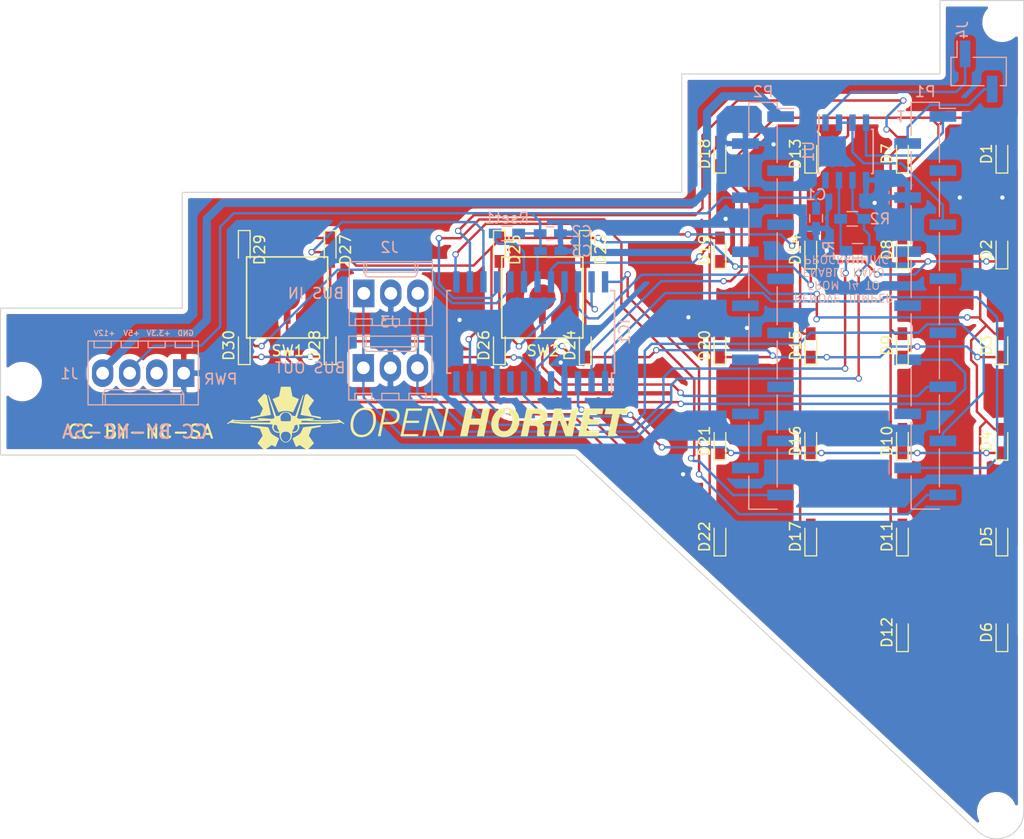
<source format=kicad_pcb>
(kicad_pcb (version 20171130) (host pcbnew "(5.1.4-0-10_14)")
  (title_block (title "ABSIS NANO GENERAL I/O") (date 2017-12-26) (rev -) (company "F/A-18C SIMPIT") (comment 1 "JOHN STEENSEN"))
  (layers (0 F.Cu signal hide) (31 B.Cu signal hide) (34 B.Paste user) (35 F.Paste user) (36 B.SilkS user) (37 F.SilkS user) (38 B.Mask user) (39 F.Mask user) (44 Edge.Cuts user))
  (net 0 "")
  (net 1 "/1(Tx)")
  (net 2 "/0(Rx)")
  (net 3 GND)
  (net 4 /2)
  (net 5 +5V)
  (net 6 +12V)
  (net 7 "Net-(J2-Pad1)")
  (net 8 "Net-(J2-Pad3)")
  (net 9 /RX_ENABLE)
  (net 10 /Dig0)
  (net 11 /SegDP)
  (net 12 /Dig1)
  (net 13 /Dig2)
  (net 14 /Dig3)
  (net 15 /Dig4)
  (net 16 /Dig5)
  (net 17 /SegA)
  (net 18 /SegB)
  (net 19 /SegC)
  (net 20 /SegD)
  (net 21 /SegE)
  (net 22 /SegF)
  (net 23 /SegG)
  (net 24 "Net-(IC1-Pad18)")
  (net 25 /7)
  (net 26 /8)
  (net 27 "/11(**/MOSI)")
  (net 28 "/10(**/SS)")
  (net 29 "/13(SCK)")
  (net 30 "/12(MISO)")
  (module "KiCAD Libraries:OH_LOGO_37.7mm_5.9mm" (layer F.Cu) (at 81.06 66.12)
    (fp_text reference G*** hide)
    (fp_text value LOGO hide)
  )
  (module "KiCAD Libraries:via0.6" (layer F.Cu) (at 111.06 57.62)
    (fp_text reference REF** hide)
    (fp_text value via0.6 hide)
    (pad 1 thru_hole circle (at 0 0) (size 0.6 0.6) (drill 0.4) (layers *.Cu) (net 3 GND))
  )
  (module "KiCAD Libraries:via0.6" (layer F.Cu) (at 105.56 56.62)
    (fp_text reference REF** hide)
    (fp_text value via0.6 hide)
    (pad 1 thru_hole circle (at 0 0) (size 0.6 0.6) (drill 0.4) (layers *.Cu) (net 3 GND))
  )
  (module "KiCAD Libraries:via0.6" (layer F.Cu) (at 93.56 60.87)
    (fp_text reference REF** hide)
    (fp_text value via0.6 hide)
    (pad 1 thru_hole circle (at 0 0) (size 0.6 0.6) (drill 0.4) (layers *.Cu) (net 3 GND))
  )
  (module "KiCAD Libraries:via0.6" (layer F.Cu) (at 105.06 71.37)
    (fp_text reference REF** hide)
    (fp_text value via0.6 hide)
    (pad 1 thru_hole circle (at 0 0) (size 0.6 0.6) (drill 0.4) (layers *.Cu) (net 3 GND))
  )
  (module "KiCAD Libraries:via0.6" (layer F.Cu) (at 109.06 47.37)
    (fp_text reference REF** hide)
    (fp_text value via0.6 hide)
    (pad 1 thru_hole circle (at 0 0) (size 0.6 0.6) (drill 0.4) (layers *.Cu) (net 3 GND))
  )
  (module "KiCAD Libraries:via0.6" (layer F.Cu) (at 118.56 50.37)
    (fp_text reference REF** hide)
    (fp_text value via0.6 hide)
    (pad 1 thru_hole circle (at 0 0) (size 0.6 0.6) (drill 0.4) (layers *.Cu) (net 3 GND))
  )
  (module "KiCAD Libraries:via0.6" (layer F.Cu) (at 113.56 40.37)
    (fp_text reference REF** hide)
    (fp_text value via0.6 hide)
    (pad 1 thru_hole circle (at 0 0) (size 0.6 0.6) (drill 0.4) (layers *.Cu) (net 3 GND))
  )
  (module "KiCAD Libraries:via0.6" (layer F.Cu) (at 123.06 45.87)
    (fp_text reference REF** hide)
    (fp_text value via0.6 hide)
    (pad 1 thru_hole circle (at 0 0) (size 0.6 0.6) (drill 0.4) (layers *.Cu) (net 3 GND))
  )
  (module "KiCAD Libraries:via0.6" (layer F.Cu) (at 135.06 45.37)
    (fp_text reference REF** hide)
    (fp_text value via0.6 hide)
    (pad 1 thru_hole circle (at 0 0) (size 0.6 0.6) (drill 0.4) (layers *.Cu) (net 3 GND))
  )
  (module "KiCAD Libraries:via0.6" (layer F.Cu) (at 131.06 45.37)
    (fp_text reference REF** hide)
    (fp_text value via0.6 hide)
    (pad 1 thru_hole circle (at 0 0) (size 0.6 0.6) (drill 0.4) (layers *.Cu) (net 3 GND))
  )
  (module LEDs:LED_0603_HandSoldering (layer F.Cu) (at 87.79685 59.258876 90)
    (fp_text reference D26 (at 0 -1.45 90) (layer F.SilkS))
    (fp_text value 2,5)
    (pad 1 smd rect (at -1.1 0 90) (size 1.2 0.9) (layers F.Cu F.Paste F.Mask) (net 13 /Dig2))
    (pad 2 smd rect (at 1.1 0 90) (size 1.2 0.9) (layers F.Cu F.Paste F.Mask) (net 21 /SegE))
  )
  (module Connectors_Molex:Molex_KK-6410-04_04x2.54mm_Straight (layer B.Cu) (at 58.14 61.87 180)
    (fp_text reference J1 (at 10.742 -0.052) (layer B.SilkS) (effects (justify mirror)))
    (fp_text value PWR (at -3.482 -0.56) (layer B.SilkS) (effects (justify mirror)))
    (pad 1 thru_hole rect (at 0 0 180) (size 2 2.6) (drill 1.2) (layers *.Cu *.Mask) (net 3 GND))
    (pad 2 thru_hole oval (at 2.54 0 180) (size 2 2.6) (drill 1.2) (layers *.Cu *.Mask))
    (pad 3 thru_hole oval (at 5.08 0 180) (size 2 2.6) (drill 1.2) (layers *.Cu *.Mask) (net 5 +5V))
    (pad 4 thru_hole oval (at 7.62 0 180) (size 2 2.6) (drill 1.2) (layers *.Cu *.Mask) (net 6 +12V))
  )
  (module Capacitors_SMD:C_0603_HandSoldering (layer B.Cu) (at 117.56 47.32 270)
    (fp_text reference C1 (at -2.225 0) (layer B.SilkS) (effects (justify mirror)))
    (fp_text value 0.1uF)
    (pad 1 smd rect (at -0.95 0 270) (size 1.2 0.75) (layers B.Cu B.Paste B.Mask) (net 5 +5V))
    (pad 2 smd rect (at 0.95 0 270) (size 1.2 0.75) (layers B.Cu B.Paste B.Mask) (net 3 GND))
  )
  (module Resistors_SMD:R_0603_HandSoldering (layer B.Cu) (at 121.46 50.37)
    (fp_text reference R1 (at -2.71 0 270) (layer B.SilkS) (effects (justify mirror)))
    (fp_text value 120)
    (pad 1 smd rect (at -1.1 0) (size 1.2 0.9) (layers B.Cu B.Paste B.Mask) (net 8 "Net-(J2-Pad3)"))
    (pad 2 smd rect (at 1.1 0) (size 1.2 0.9) (layers B.Cu B.Paste B.Mask) (net 7 "Net-(J2-Pad1)"))
  )
  (module Housings_SOIC:SOIC-8_3.9x4.9mm_Pitch1.27mm (layer B.Cu) (at 120.343671 41.033601 270)
    (fp_text reference U1 (at 0 3.5 270) (layer B.SilkS) (effects (justify mirror)))
    (fp_text value MAX487EESA)
    (pad 1 smd rect (at -2.7 1.905 270) (size 1.55 0.6) (layers B.Cu B.Paste B.Mask) (net 9 /RX_ENABLE))
    (pad 2 smd rect (at -2.7 0.635 270) (size 1.55 0.6) (layers B.Cu B.Paste B.Mask) (net 4 /2))
    (pad 3 smd rect (at -2.7 -0.635 270) (size 1.55 0.6) (layers B.Cu B.Paste B.Mask) (net 4 /2))
    (pad 4 smd rect (at -2.7 -1.905 270) (size 1.55 0.6) (layers B.Cu B.Paste B.Mask) (net 1 "/1(Tx)"))
    (pad 5 smd rect (at 2.7 -1.905 270) (size 1.55 0.6) (layers B.Cu B.Paste B.Mask) (net 3 GND))
    (pad 6 smd rect (at 2.7 -0.635 270) (size 1.55 0.6) (layers B.Cu B.Paste B.Mask) (net 7 "Net-(J2-Pad1)"))
    (pad 7 smd rect (at 2.7 0.635 270) (size 1.55 0.6) (layers B.Cu B.Paste B.Mask) (net 8 "Net-(J2-Pad3)"))
    (pad 8 smd rect (at 2.7 1.905 270) (size 1.55 0.6) (layers B.Cu B.Paste B.Mask) (net 5 +5V))
  )
  (module Connectors_Molex:Molex_KK-6410-03_03x2.54mm_Straight (layer B.Cu) (at 75.06 54.37)
    (fp_text reference J2 (at 2.413 -4.318 180) (layer B.SilkS) (effects (justify mirror)))
    (fp_text value "BUS IN" (at -4.5 0) (layer B.SilkS) (effects (justify mirror)))
    (pad 1 thru_hole rect (at 0 0) (size 2 2.6) (drill 1.2) (layers *.Cu *.Mask) (net 7 "Net-(J2-Pad1)"))
    (pad 2 thru_hole oval (at 2.54 0) (size 2 2.6) (drill 1.2) (layers *.Cu *.Mask) (net 3 GND))
    (pad 3 thru_hole oval (at 5.08 0) (size 2 2.6) (drill 1.2) (layers *.Cu *.Mask) (net 8 "Net-(J2-Pad3)"))
  )
  (module Connectors_Molex:Molex_KK-6410-03_03x2.54mm_Straight (layer B.Cu) (at 75.02 61.37)
    (fp_text reference J3 (at 2.413 -4.318) (layer B.SilkS) (effects (justify mirror)))
    (fp_text value "BUS OUT" (at -5 0) (layer B.SilkS) (effects (justify mirror)))
    (pad 1 thru_hole rect (at 0 0) (size 2 2.6) (drill 1.2) (layers *.Cu *.Mask) (net 7 "Net-(J2-Pad1)"))
    (pad 2 thru_hole oval (at 2.54 0) (size 2 2.6) (drill 1.2) (layers *.Cu *.Mask) (net 3 GND))
    (pad 3 thru_hole oval (at 5.08 0) (size 2 2.6) (drill 1.2) (layers *.Cu *.Mask) (net 8 "Net-(J2-Pad3)"))
  )
  (module Mounting_Holes:MountingHole_2.7mm_M2.5_ISO14580 (layer F.Cu) (at 135.03 28.9)
    (fp_text reference MK1 hide)
    (fp_text value Mounting_Hole hide)
    (pad 1 np_thru_hole circle (at 0 0) (size 2.7 2.7) (drill 2.7) (layers *.Cu *.Mask))
  )
  (module Mounting_Holes:MountingHole_2.7mm_M2.5_ISO14580 (layer F.Cu) (at 134.53 103.07)
    (fp_text reference MK2 hide)
    (fp_text value Mounting_Hole hide)
    (pad 1 np_thru_hole circle (at 0 0) (size 2.7 2.7) (drill 2.7) (layers *.Cu *.Mask))
  )
  (module Mounting_Holes:MountingHole_2.7mm_M2.5_ISO14580 (layer F.Cu) (at 42.96 62.66)
    (fp_text reference MK3 hide)
    (fp_text value Mounting_Hole hide)
    (pad 1 np_thru_hole circle (at 0 0) (size 2.7 2.7) (drill 2.7) (layers *.Cu *.Mask))
  )
  (module Capacitors_SMD:C_0603_HandSoldering (layer B.Cu) (at 92.58 48.72)
    (fp_text reference C2 (at 2.95 -0.16) (layer B.SilkS) (effects (justify mirror)))
    (fp_text value 100nF)
    (pad 1 smd rect (at -0.95 0) (size 1.2 0.75) (layers B.Cu B.Paste B.Mask) (net 5 +5V))
    (pad 2 smd rect (at 0.95 0) (size 1.2 0.75) (layers B.Cu B.Paste B.Mask) (net 3 GND))
  )
  (module Capacitors_SMD:C_0603_HandSoldering (layer B.Cu) (at 92.61 50.4)
    (fp_text reference C3 (at 2.95 0) (layer B.SilkS) (effects (justify mirror)))
    (fp_text value 47uF)
    (pad 1 smd rect (at -0.95 0) (size 1.2 0.75) (layers B.Cu B.Paste B.Mask) (net 5 +5V))
    (pad 2 smd rect (at 0.95 0) (size 1.2 0.75) (layers B.Cu B.Paste B.Mask) (net 3 GND))
  )
  (module LEDs:LED_0603_HandSoldering (layer F.Cu) (at 135.01685 41.268876 90)
    (fp_text reference D1 (at 0 -1.45 90) (layer F.SilkS))
    (fp_text value 0,0)
    (pad 1 smd rect (at -1.1 0 90) (size 1.2 0.9) (layers F.Cu F.Paste F.Mask) (net 10 /Dig0))
    (pad 2 smd rect (at 1.1 0 90) (size 1.2 0.9) (layers F.Cu F.Paste F.Mask) (net 11 /SegDP))
  )
  (module LEDs:LED_0603_HandSoldering (layer F.Cu) (at 135.01685 50.268876 90)
    (fp_text reference D2 (at 0 -1.45 90) (layer F.SilkS))
    (fp_text value 1,0)
    (pad 1 smd rect (at -1.1 0 90) (size 1.2 0.9) (layers F.Cu F.Paste F.Mask) (net 12 /Dig1))
    (pad 2 smd rect (at 1.1 0 90) (size 1.2 0.9) (layers F.Cu F.Paste F.Mask) (net 11 /SegDP))
  )
  (module LEDs:LED_0603_HandSoldering (layer F.Cu) (at 135.01685 59.258876 90)
    (fp_text reference D3 (at 0 -1.45 90) (layer F.SilkS))
    (fp_text value 2,0)
    (pad 1 smd rect (at -1.1 0 90) (size 1.2 0.9) (layers F.Cu F.Paste F.Mask) (net 13 /Dig2))
    (pad 2 smd rect (at 1.1 0 90) (size 1.2 0.9) (layers F.Cu F.Paste F.Mask) (net 11 /SegDP))
  )
  (module LEDs:LED_0603_HandSoldering (layer F.Cu) (at 135.01685 68.248876 90)
    (fp_text reference D4 (at 0 -1.45 90) (layer F.SilkS))
    (fp_text value 3,0)
    (pad 1 smd rect (at -1.1 0 90) (size 1.2 0.9) (layers F.Cu F.Paste F.Mask) (net 14 /Dig3))
    (pad 2 smd rect (at 1.1 0 90) (size 1.2 0.9) (layers F.Cu F.Paste F.Mask) (net 11 /SegDP))
  )
  (module LEDs:LED_0603_HandSoldering (layer F.Cu) (at 135.01685 77.238876 90)
    (fp_text reference D5 (at 0 -1.45 90) (layer F.SilkS))
    (fp_text value 4,0)
    (pad 1 smd rect (at -1.1 0 90) (size 1.2 0.9) (layers F.Cu F.Paste F.Mask) (net 15 /Dig4))
    (pad 2 smd rect (at 1.1 0 90) (size 1.2 0.9) (layers F.Cu F.Paste F.Mask) (net 11 /SegDP))
  )
  (module LEDs:LED_0603_HandSoldering (layer F.Cu) (at 135.01685 86.228876 90)
    (fp_text reference D6 (at 0 -1.45 90) (layer F.SilkS))
    (fp_text value 5,0)
    (pad 1 smd rect (at -1.1 0 90) (size 1.2 0.9) (layers F.Cu F.Paste F.Mask) (net 16 /Dig5))
    (pad 2 smd rect (at 1.1 0 90) (size 1.2 0.9) (layers F.Cu F.Paste F.Mask) (net 11 /SegDP))
  )
  (module LEDs:LED_0603_HandSoldering (layer F.Cu) (at 125.66685 41.268876 90)
    (fp_text reference D7 (at 0 -1.45 90) (layer F.SilkS))
    (fp_text value 0,1)
    (pad 1 smd rect (at -1.1 0 90) (size 1.2 0.9) (layers F.Cu F.Paste F.Mask) (net 10 /Dig0))
    (pad 2 smd rect (at 1.1 0 90) (size 1.2 0.9) (layers F.Cu F.Paste F.Mask) (net 17 /SegA))
  )
  (module LEDs:LED_0603_HandSoldering (layer F.Cu) (at 125.66685 50.268876 90)
    (fp_text reference D8 (at 0 -1.45 90) (layer F.SilkS))
    (fp_text value 1,1)
    (pad 1 smd rect (at -1.1 0 90) (size 1.2 0.9) (layers F.Cu F.Paste F.Mask) (net 12 /Dig1))
    (pad 2 smd rect (at 1.1 0 90) (size 1.2 0.9) (layers F.Cu F.Paste F.Mask) (net 17 /SegA))
  )
  (module LEDs:LED_0603_HandSoldering (layer F.Cu) (at 125.66685 59.258876 90)
    (fp_text reference D9 (at 0 -1.45 90) (layer F.SilkS))
    (fp_text value 2,1)
    (pad 1 smd rect (at -1.1 0 90) (size 1.2 0.9) (layers F.Cu F.Paste F.Mask) (net 13 /Dig2))
    (pad 2 smd rect (at 1.1 0 90) (size 1.2 0.9) (layers F.Cu F.Paste F.Mask) (net 17 /SegA))
  )
  (module LEDs:LED_0603_HandSoldering (layer F.Cu) (at 125.66685 68.248876 90)
    (fp_text reference D10 (at 0 -1.45 90) (layer F.SilkS))
    (fp_text value 3,1)
    (pad 1 smd rect (at -1.1 0 90) (size 1.2 0.9) (layers F.Cu F.Paste F.Mask) (net 14 /Dig3))
    (pad 2 smd rect (at 1.1 0 90) (size 1.2 0.9) (layers F.Cu F.Paste F.Mask) (net 17 /SegA))
  )
  (module LEDs:LED_0603_HandSoldering (layer F.Cu) (at 125.66685 77.238876 90)
    (fp_text reference D11 (at 0 -1.45 90) (layer F.SilkS))
    (fp_text value 4,1)
    (pad 1 smd rect (at -1.1 0 90) (size 1.2 0.9) (layers F.Cu F.Paste F.Mask) (net 15 /Dig4))
    (pad 2 smd rect (at 1.1 0 90) (size 1.2 0.9) (layers F.Cu F.Paste F.Mask) (net 17 /SegA))
  )
  (module LEDs:LED_0603_HandSoldering (layer F.Cu) (at 125.66685 86.228876 90)
    (fp_text reference D12 (at 0 -1.45 90) (layer F.SilkS))
    (fp_text value 5,1)
    (pad 1 smd rect (at -1.1 0 90) (size 1.2 0.9) (layers F.Cu F.Paste F.Mask) (net 16 /Dig5))
    (pad 2 smd rect (at 1.1 0 90) (size 1.2 0.9) (layers F.Cu F.Paste F.Mask) (net 17 /SegA))
  )
  (module LEDs:LED_0603_HandSoldering (layer F.Cu) (at 117.05685 41.268876 90)
    (fp_text reference D13 (at 0 -1.45 90) (layer F.SilkS))
    (fp_text value 0,2)
    (pad 1 smd rect (at -1.1 0 90) (size 1.2 0.9) (layers F.Cu F.Paste F.Mask) (net 10 /Dig0))
    (pad 2 smd rect (at 1.1 0 90) (size 1.2 0.9) (layers F.Cu F.Paste F.Mask) (net 18 /SegB))
  )
  (module LEDs:LED_0603_HandSoldering (layer F.Cu) (at 117.05685 50.268876 90)
    (fp_text reference D14 (at 0 -1.45 90) (layer F.SilkS))
    (fp_text value 1,2)
    (pad 1 smd rect (at -1.1 0 90) (size 1.2 0.9) (layers F.Cu F.Paste F.Mask) (net 12 /Dig1))
    (pad 2 smd rect (at 1.1 0 90) (size 1.2 0.9) (layers F.Cu F.Paste F.Mask) (net 18 /SegB))
  )
  (module LEDs:LED_0603_HandSoldering (layer F.Cu) (at 117.05685 59.258876 90)
    (fp_text reference D15 (at 0 -1.45 90) (layer F.SilkS))
    (fp_text value 2,2)
    (pad 1 smd rect (at -1.1 0 90) (size 1.2 0.9) (layers F.Cu F.Paste F.Mask) (net 13 /Dig2))
    (pad 2 smd rect (at 1.1 0 90) (size 1.2 0.9) (layers F.Cu F.Paste F.Mask) (net 18 /SegB))
  )
  (module LEDs:LED_0603_HandSoldering (layer F.Cu) (at 117.05685 68.248876 90)
    (fp_text reference D16 (at 0 -1.45 90) (layer F.SilkS))
    (fp_text value 3,2)
    (pad 1 smd rect (at -1.1 0 90) (size 1.2 0.9) (layers F.Cu F.Paste F.Mask) (net 14 /Dig3))
    (pad 2 smd rect (at 1.1 0 90) (size 1.2 0.9) (layers F.Cu F.Paste F.Mask) (net 18 /SegB))
  )
  (module LEDs:LED_0603_HandSoldering (layer F.Cu) (at 117.05685 77.238876 90)
    (fp_text reference D17 (at 0 -1.45 90) (layer F.SilkS))
    (fp_text value 4,2)
    (pad 1 smd rect (at -1.1 0 90) (size 1.2 0.9) (layers F.Cu F.Paste F.Mask) (net 15 /Dig4))
    (pad 2 smd rect (at 1.1 0 90) (size 1.2 0.9) (layers F.Cu F.Paste F.Mask) (net 18 /SegB))
  )
  (module LEDs:LED_0603_HandSoldering (layer F.Cu) (at 108.52685 41.268876 90)
    (fp_text reference D18 (at 0 -1.45 90) (layer F.SilkS))
    (fp_text value 0,3)
    (pad 1 smd rect (at -1.1 0 90) (size 1.2 0.9) (layers F.Cu F.Paste F.Mask) (net 10 /Dig0))
    (pad 2 smd rect (at 1.1 0 90) (size 1.2 0.9) (layers F.Cu F.Paste F.Mask) (net 19 /SegC))
  )
  (module LEDs:LED_0603_HandSoldering (layer F.Cu) (at 108.52685 50.268876 90)
    (fp_text reference D19 (at 0 -1.45 90) (layer F.SilkS))
    (fp_text value 1.3)
    (pad 1 smd rect (at -1.1 0 90) (size 1.2 0.9) (layers F.Cu F.Paste F.Mask) (net 12 /Dig1))
    (pad 2 smd rect (at 1.1 0 90) (size 1.2 0.9) (layers F.Cu F.Paste F.Mask) (net 19 /SegC))
  )
  (module LEDs:LED_0603_HandSoldering (layer F.Cu) (at 108.52685 59.258876 90)
    (fp_text reference D20 (at 0 -1.45 90) (layer F.SilkS))
    (fp_text value 2,3)
    (pad 1 smd rect (at -1.1 0 90) (size 1.2 0.9) (layers F.Cu F.Paste F.Mask) (net 13 /Dig2))
    (pad 2 smd rect (at 1.1 0 90) (size 1.2 0.9) (layers F.Cu F.Paste F.Mask) (net 19 /SegC))
  )
  (module LEDs:LED_0603_HandSoldering (layer F.Cu) (at 108.52685 68.248876 90)
    (fp_text reference D21 (at 0 -1.45 90) (layer F.SilkS))
    (fp_text value 3,3)
    (pad 1 smd rect (at -1.1 0 90) (size 1.2 0.9) (layers F.Cu F.Paste F.Mask) (net 14 /Dig3))
    (pad 2 smd rect (at 1.1 0 90) (size 1.2 0.9) (layers F.Cu F.Paste F.Mask) (net 19 /SegC))
  )
  (module LEDs:LED_0603_HandSoldering (layer F.Cu) (at 108.52685 77.238876 90)
    (fp_text reference D22 (at 0 -1.45 90) (layer F.SilkS))
    (fp_text value 4,3)
    (pad 1 smd rect (at -1.1 0 90) (size 1.2 0.9) (layers F.Cu F.Paste F.Mask) (net 15 /Dig4))
    (pad 2 smd rect (at 1.1 0 90) (size 1.2 0.9) (layers F.Cu F.Paste F.Mask) (net 19 /SegC))
  )
  (module LEDs:LED_0603_HandSoldering (layer F.Cu) (at 95.86685 50.268876 270)
    (fp_text reference D23 (at 0 -1.45 270) (layer F.SilkS))
    (fp_text value 1.4)
    (pad 1 smd rect (at -1.1 0 270) (size 1.2 0.9) (layers F.Cu F.Paste F.Mask) (net 12 /Dig1))
    (pad 2 smd rect (at 1.1 0 270) (size 1.2 0.9) (layers F.Cu F.Paste F.Mask) (net 20 /SegD))
  )
  (module LEDs:LED_0603_HandSoldering (layer F.Cu) (at 95.86685 59.258876 90)
    (fp_text reference D24 (at 0 -1.45 90) (layer F.SilkS))
    (fp_text value 2,4)
    (pad 1 smd rect (at -1.1 0 90) (size 1.2 0.9) (layers F.Cu F.Paste F.Mask) (net 13 /Dig2))
    (pad 2 smd rect (at 1.1 0 90) (size 1.2 0.9) (layers F.Cu F.Paste F.Mask) (net 20 /SegD))
  )
  (module LEDs:LED_0603_HandSoldering (layer F.Cu) (at 87.79685 50.268876 270)
    (fp_text reference D25 (at 0 -1.45 270) (layer F.SilkS))
    (fp_text value 1.5)
    (pad 1 smd rect (at -1.1 0 270) (size 1.2 0.9) (layers F.Cu F.Paste F.Mask) (net 12 /Dig1))
    (pad 2 smd rect (at 1.1 0 270) (size 1.2 0.9) (layers F.Cu F.Paste F.Mask) (net 21 /SegE))
  )
  (module LEDs:LED_0603_HandSoldering (layer F.Cu) (at 71.89685 50.268876 270)
    (fp_text reference D27 (at 0 -1.45 270) (layer F.SilkS))
    (fp_text value 1.6)
    (pad 1 smd rect (at -1.1 0 270) (size 1.2 0.9) (layers F.Cu F.Paste F.Mask) (net 12 /Dig1))
    (pad 2 smd rect (at 1.1 0 270) (size 1.2 0.9) (layers F.Cu F.Paste F.Mask) (net 22 /SegF))
  )
  (module LEDs:LED_0603_HandSoldering (layer F.Cu) (at 71.89685 59.258876 90)
    (fp_text reference D28 (at 0 -1.45 90) (layer F.SilkS))
    (fp_text value 2,6)
    (pad 1 smd rect (at -1.1 0 90) (size 1.2 0.9) (layers F.Cu F.Paste F.Mask) (net 13 /Dig2))
    (pad 2 smd rect (at 1.1 0 90) (size 1.2 0.9) (layers F.Cu F.Paste F.Mask) (net 22 /SegF))
  )
  (module LEDs:LED_0603_HandSoldering (layer F.Cu) (at 63.82685 50.268876 270)
    (fp_text reference D29 (at 0 -1.45 270) (layer F.SilkS))
    (fp_text value 1.7)
    (pad 1 smd rect (at -1.1 0 270) (size 1.2 0.9) (layers F.Cu F.Paste F.Mask) (net 12 /Dig1))
    (pad 2 smd rect (at 1.1 0 270) (size 1.2 0.9) (layers F.Cu F.Paste F.Mask) (net 23 /SegG))
  )
  (module LEDs:LED_0603_HandSoldering (layer F.Cu) (at 63.82685 59.258876 90)
    (fp_text reference D30 (at 0 -1.45 90) (layer F.SilkS))
    (fp_text value 2,7)
    (pad 1 smd rect (at -1.1 0 90) (size 1.2 0.9) (layers F.Cu F.Paste F.Mask) (net 13 /Dig2))
    (pad 2 smd rect (at 1.1 0 90) (size 1.2 0.9) (layers F.Cu F.Paste F.Mask) (net 23 /SegG))
  )
  (module Housings_SOIC:SOIC-24W_7.5x15.4mm_Pitch1.27mm (layer B.Cu) (at 90.745 57.99 90)
    (fp_text reference IC1 (at 0 8.8 90) (layer B.SilkS) (effects (justify mirror)))
    (fp_text value MAX7219)
    (pad 1 smd rect (at -4.7 6.985 90) (size 2 0.6) (layers B.Cu B.Paste B.Mask) (net 27 "/11(**/MOSI)"))
    (pad 2 smd rect (at -4.7 5.715 90) (size 2 0.6) (layers B.Cu B.Paste B.Mask) (net 10 /Dig0))
    (pad 3 smd rect (at -4.7 4.445 90) (size 2 0.6) (layers B.Cu B.Paste B.Mask) (net 15 /Dig4))
    (pad 4 smd rect (at -4.7 3.175 90) (size 2 0.6) (layers B.Cu B.Paste B.Mask) (net 3 GND))
    (pad 5 smd rect (at -4.7 1.905 90) (size 2 0.6) (layers B.Cu B.Paste B.Mask))
    (pad 6 smd rect (at -4.7 0.635 90) (size 2 0.6) (layers B.Cu B.Paste B.Mask) (net 13 /Dig2))
    (pad 7 smd rect (at -4.7 -0.635 90) (size 2 0.6) (layers B.Cu B.Paste B.Mask) (net 14 /Dig3))
    (pad 8 smd rect (at -4.7 -1.905 90) (size 2 0.6) (layers B.Cu B.Paste B.Mask))
    (pad 9 smd rect (at -4.7 -3.175 90) (size 2 0.6) (layers B.Cu B.Paste B.Mask) (net 3 GND))
    (pad 10 smd rect (at -4.7 -4.445 90) (size 2 0.6) (layers B.Cu B.Paste B.Mask) (net 16 /Dig5))
    (pad 11 smd rect (at -4.7 -5.715 90) (size 2 0.6) (layers B.Cu B.Paste B.Mask) (net 12 /Dig1))
    (pad 12 smd rect (at -4.7 -6.985 90) (size 2 0.6) (layers B.Cu B.Paste B.Mask) (net 28 "/10(**/SS)"))
    (pad 13 smd rect (at 4.7 -6.985 90) (size 2 0.6) (layers B.Cu B.Paste B.Mask) (net 29 "/13(SCK)"))
    (pad 14 smd rect (at 4.7 -5.715 90) (size 2 0.6) (layers B.Cu B.Paste B.Mask) (net 17 /SegA))
    (pad 15 smd rect (at 4.7 -4.445 90) (size 2 0.6) (layers B.Cu B.Paste B.Mask) (net 22 /SegF))
    (pad 16 smd rect (at 4.7 -3.175 90) (size 2 0.6) (layers B.Cu B.Paste B.Mask) (net 18 /SegB))
    (pad 17 smd rect (at 4.7 -1.905 90) (size 2 0.6) (layers B.Cu B.Paste B.Mask) (net 23 /SegG))
    (pad 18 smd rect (at 4.7 -0.635 90) (size 2 0.6) (layers B.Cu B.Paste B.Mask) (net 24 "Net-(IC1-Pad18)"))
    (pad 19 smd rect (at 4.7 0.635 90) (size 2 0.6) (layers B.Cu B.Paste B.Mask) (net 5 +5V))
    (pad 20 smd rect (at 4.7 1.905 90) (size 2 0.6) (layers B.Cu B.Paste B.Mask) (net 19 /SegC))
    (pad 21 smd rect (at 4.7 3.175 90) (size 2 0.6) (layers B.Cu B.Paste B.Mask) (net 21 /SegE))
    (pad 22 smd rect (at 4.7 4.445 90) (size 2 0.6) (layers B.Cu B.Paste B.Mask) (net 11 /SegDP))
    (pad 23 smd rect (at 4.7 5.715 90) (size 2 0.6) (layers B.Cu B.Paste B.Mask) (net 20 /SegD))
    (pad 24 smd rect (at 4.7 6.985 90) (size 2 0.6) (layers B.Cu B.Paste B.Mask) (net 30 "/12(MISO)"))
  )
  (module Resistors_SMD:R_0603_HandSoldering (layer B.Cu) (at 120.96 47.37)
    (fp_text reference R2 (at 2.6 0) (layer B.SilkS) (effects (justify mirror)))
    (fp_text value 120)
    (pad 1 smd rect (at -1.1 0) (size 1.2 0.9) (layers B.Cu B.Paste B.Mask) (net 8 "Net-(J2-Pad3)"))
    (pad 2 smd rect (at 1.1 0) (size 1.2 0.9) (layers B.Cu B.Paste B.Mask) (net 7 "Net-(J2-Pad1)"))
  )
  (module Resistors_SMD:R_0603_HandSoldering (layer B.Cu) (at 88.51 48.74 180)
    (fp_text reference Rset1 (at 0 1.45 180) (layer B.SilkS) (effects (justify mirror)))
    (fp_text value 30K)
    (pad 1 smd rect (at -1.1 0 180) (size 1.2 0.9) (layers B.Cu B.Paste B.Mask) (net 5 +5V))
    (pad 2 smd rect (at 1.1 0 180) (size 1.2 0.9) (layers B.Cu B.Paste B.Mask) (net 24 "Net-(IC1-Pad18)"))
  )
  (module "KiCAD Libraries:SWITCH_SNAP_DOME_6.3mm_DIA_SINGLE_SIDE_PCB" (layer F.Cu) (at 67.85685 54.758876 270)
    (fp_text reference SW1 (at 5.008 -0.056) (layer F.SilkS))
    (fp_text value "IN SWTCH")
    (pad 2 smd trapezoid (at 2.15 2.4 90) (size 1 1.09) (rect_delta 0 0.625) (layers F.Cu F.Paste F.Mask) (net 3 GND))
    (pad 2 smd trapezoid (at -2.15 2.4 90) (size 1 1.09) (rect_delta 0 0.625) (layers F.Cu F.Paste F.Mask) (net 3 GND))
    (pad 2 smd trapezoid (at 2.15 -2.4 270) (size 1 1.09) (rect_delta 0 0.625) (layers F.Cu F.Paste F.Mask) (net 3 GND))
    (pad 2 smd rect (at 2.4 1.6 270) (size 1.09 0.608) (layers F.Cu F.Paste F.Mask) (net 3 GND))
    (pad 2 smd rect (at 0 -2.415 270) (size 3.92 1.09) (layers F.Cu F.Paste F.Mask) (net 3 GND))
    (pad 1 smd circle (at 0 0 270) (size 2.45 2.45) (layers F.Cu F.Paste F.Mask) (net 25 /7))
    (pad 1 smd rect (at 1.25 0 270) (size 2.45 0.64) (layers F.Cu F.Paste F.Mask) (net 25 /7))
    (pad 2 smd rect (at 0 2.415 270) (size 3.92 1.09) (layers F.Cu F.Paste F.Mask) (net 3 GND))
    (pad 2 smd rect (at -2.415 0 270) (size 1.09 3.92) (layers F.Cu F.Paste F.Mask) (net 3 GND))
    (pad 2 smd rect (at 2.4 -1.6 270) (size 1.09 0.608) (layers F.Cu F.Paste F.Mask) (net 3 GND))
    (pad 2 smd trapezoid (at -2.15 -2.45 270) (size 1 1.09) (rect_delta 0 0.625) (layers F.Cu F.Paste F.Mask) (net 3 GND))
  )
  (module "KiCAD Libraries:SWITCH_SNAP_DOME_6.3mm_DIA_SINGLE_SIDE_PCB" (layer F.Cu) (at 91.83685 54.758876 270)
    (fp_text reference SW2 (at 5.008 -0.056) (layer F.SilkS))
    (fp_text value "OUT SWTCH")
    (pad 2 smd trapezoid (at 2.15 2.4 90) (size 1 1.09) (rect_delta 0 0.625) (layers F.Cu F.Paste F.Mask) (net 3 GND))
    (pad 2 smd trapezoid (at -2.15 2.4 90) (size 1 1.09) (rect_delta 0 0.625) (layers F.Cu F.Paste F.Mask) (net 3 GND))
    (pad 2 smd trapezoid (at 2.15 -2.4 270) (size 1 1.09) (rect_delta 0 0.625) (layers F.Cu F.Paste F.Mask) (net 3 GND))
    (pad 2 smd rect (at 2.4 1.6 270) (size 1.09 0.608) (layers F.Cu F.Paste F.Mask) (net 3 GND))
    (pad 2 smd rect (at 0 -2.415 270) (size 3.92 1.09) (layers F.Cu F.Paste F.Mask) (net 3 GND))
    (pad 1 smd circle (at 0 0 270) (size 2.45 2.45) (layers F.Cu F.Paste F.Mask) (net 26 /8))
    (pad 1 smd rect (at 1.25 0 270) (size 2.45 0.64) (layers F.Cu F.Paste F.Mask) (net 26 /8))
    (pad 2 smd rect (at 0 2.415 270) (size 3.92 1.09) (layers F.Cu F.Paste F.Mask) (net 3 GND))
    (pad 2 smd rect (at -2.415 0 270) (size 1.09 3.92) (layers F.Cu F.Paste F.Mask) (net 3 GND))
    (pad 2 smd rect (at 2.4 -1.6 270) (size 1.09 0.608) (layers F.Cu F.Paste F.Mask) (net 3 GND))
    (pad 2 smd trapezoid (at -2.15 -2.45 270) (size 1 1.09) (rect_delta 0 0.625) (layers F.Cu F.Paste F.Mask) (net 3 GND))
  )
  (module Pin_Headers:Pin_Header_Straight_1x15_Pitch2.54mm_SMD_Pin1Left (layer B.Cu) (at 127.815 55.53 180)
    (fp_text reference P1 (at 0 20.11 180) (layer B.SilkS) (effects (justify mirror)))
    (fp_text value Digital)
    (pad 1 smd rect (at -1.655 17.78 180) (size 2.51 1) (layers B.Cu B.Paste B.Mask) (net 1 "/1(Tx)"))
    (pad 3 smd rect (at -1.655 12.7 180) (size 2.51 1) (layers B.Cu B.Paste B.Mask))
    (pad 5 smd rect (at -1.655 7.62 180) (size 2.51 1) (layers B.Cu B.Paste B.Mask) (net 4 /2))
    (pad 7 smd rect (at -1.655 2.54 180) (size 2.51 1) (layers B.Cu B.Paste B.Mask))
    (pad 9 smd rect (at -1.655 -2.54 180) (size 2.51 1) (layers B.Cu B.Paste B.Mask))
    (pad 11 smd rect (at -1.655 -7.62 180) (size 2.51 1) (layers B.Cu B.Paste B.Mask) (net 26 /8))
    (pad 13 smd rect (at -1.655 -12.7 180) (size 2.51 1) (layers B.Cu B.Paste B.Mask) (net 28 "/10(**/SS)"))
    (pad 15 smd rect (at -1.655 -17.78 180) (size 2.51 1) (layers B.Cu B.Paste B.Mask) (net 30 "/12(MISO)"))
    (pad 2 smd rect (at 1.655 15.24 180) (size 2.51 1) (layers B.Cu B.Paste B.Mask) (net 2 "/0(Rx)"))
    (pad 4 smd rect (at 1.655 10.16 180) (size 2.51 1) (layers B.Cu B.Paste B.Mask) (net 3 GND))
    (pad 6 smd rect (at 1.655 5.08 180) (size 2.51 1) (layers B.Cu B.Paste B.Mask))
    (pad 8 smd rect (at 1.655 0 180) (size 2.51 1) (layers B.Cu B.Paste B.Mask))
    (pad 10 smd rect (at 1.655 -5.08 180) (size 2.51 1) (layers B.Cu B.Paste B.Mask) (net 25 /7))
    (pad 12 smd rect (at 1.655 -10.16 180) (size 2.51 1) (layers B.Cu B.Paste B.Mask))
    (pad 14 smd rect (at 1.655 -15.24 180) (size 2.51 1) (layers B.Cu B.Paste B.Mask) (net 27 "/11(**/MOSI)"))
  )
  (module Pin_Headers:Pin_Header_Straight_1x15_Pitch2.54mm_SMD_Pin1Left (layer B.Cu) (at 112.57 55.54 180)
    (fp_text reference P2 (at 0 20.11 180) (layer B.SilkS) (effects (justify mirror)))
    (fp_text value Analog)
    (pad 1 smd rect (at -1.655 17.78 180) (size 2.51 1) (layers B.Cu B.Paste B.Mask) (net 6 +12V))
    (pad 3 smd rect (at -1.655 12.7 180) (size 2.51 1) (layers B.Cu B.Paste B.Mask))
    (pad 5 smd rect (at -1.655 7.62 180) (size 2.51 1) (layers B.Cu B.Paste B.Mask))
    (pad 7 smd rect (at -1.655 2.54 180) (size 2.51 1) (layers B.Cu B.Paste B.Mask))
    (pad 9 smd rect (at -1.655 -2.54 180) (size 2.51 1) (layers B.Cu B.Paste B.Mask))
    (pad 11 smd rect (at -1.655 -7.62 180) (size 2.51 1) (layers B.Cu B.Paste B.Mask))
    (pad 13 smd rect (at -1.655 -12.7 180) (size 2.51 1) (layers B.Cu B.Paste B.Mask))
    (pad 15 smd rect (at -1.655 -17.78 180) (size 2.51 1) (layers B.Cu B.Paste B.Mask) (net 29 "/13(SCK)"))
    (pad 2 smd rect (at 1.655 15.24 180) (size 2.51 1) (layers B.Cu B.Paste B.Mask) (net 3 GND))
    (pad 4 smd rect (at 1.655 10.16 180) (size 2.51 1) (layers B.Cu B.Paste B.Mask) (net 5 +5V))
    (pad 6 smd rect (at 1.655 5.08 180) (size 2.51 1) (layers B.Cu B.Paste B.Mask))
    (pad 8 smd rect (at 1.655 0 180) (size 2.51 1) (layers B.Cu B.Paste B.Mask))
    (pad 10 smd rect (at 1.655 -5.08 180) (size 2.51 1) (layers B.Cu B.Paste B.Mask))
    (pad 12 smd rect (at 1.655 -10.16 180) (size 2.51 1) (layers B.Cu B.Paste B.Mask))
    (pad 14 smd rect (at 1.655 -15.24 180) (size 2.51 1) (layers B.Cu B.Paste B.Mask))
  )
  (module Pin_Headers:Pin_Header_Straight_1x02_Pitch2.54mm_SMD_Pin1Left (layer B.Cu) (at 132.83 33.525 270)
    (fp_text reference J4 (at -3.905 1.52 270) (layer B.SilkS) (effects (justify mirror)))
    (fp_text value "PGM ENBLE")
    (pad 1 smd rect (at -1.655 1.27 270) (size 2.51 1) (layers B.Cu B.Paste B.Mask) (net 9 /RX_ENABLE))
    (pad 2 smd rect (at 1.655 -1.27 270) (size 2.51 1) (layers B.Cu B.Paste B.Mask) (net 2 "/0(Rx)"))
  )
  (module "KiCAD Libraries:via0.6" (layer F.Cu) (at 84.06 56.87)
    (fp_text reference REF** hide)
    (fp_text value via0.6 hide)
    (pad 1 thru_hole circle (at 0 0) (size 0.6 0.6) (drill 0.4) (layers *.Cu) (net 3 GND))
  )
  (gr_text "CC BY-NC-SA" (at 54.06 67.37) (layer F.SilkS) (effects (font (size 1.25 1.25) (thickness 0.2))))
  (gr_text "CC BY-NC-SA" (at 53.56 67.37) (layer B.SilkS) (effects (font (size 1.25 1.25) (thickness 0.2)) (justify mirror)))
  (gr_line (start 40.92735 55.76) (end 58 55.76) (layer Edge.Cuts) (width 0.1))
  (gr_line (start 40.92735 55.76) (end 40.92735 69.560778) (layer Edge.Cuts) (width 0.1))
  (gr_line (start 58.103042 44.878328) (end 104.93535 44.878328) (layer Edge.Cuts) (width 0.1))
  (gr_line (start 94.883628 69.560778) (end 132.793454 104.935935) (layer Edge.Cuts) (width 0.1))
  (gr_line (start 129.2 26.86) (end 129.19235 33.76) (layer Edge.Cuts) (width 0.1))
  (gr_arc (start 134.52635 103.078875) (end 132.793454 104.935935) (angle -133.0191311) (layer Edge.Cuts) (width 0.1))
  (gr_line (start 104.93535 44.878328) (end 104.93 33.76) (layer Edge.Cuts) (width 0.1))
  (gr_line (start 129.19235 33.76) (end 104.93 33.76) (layer Edge.Cuts) (width 0.1))
  (gr_line (start 137.06635 103.078875) (end 137.06635 26.857028) (layer Edge.Cuts) (width 0.1))
  (gr_line (start 137.06635 26.857028) (end 129.2 26.86) (layer Edge.Cuts) (width 0.1))
  (gr_line (start 40.92735 69.560778) (end 94.883628 69.560778) (layer Edge.Cuts) (width 0.1))
  (gr_line (start 58.103042 44.878328) (end 58 44.934211) (layer Edge.Cuts) (width 0.1))
  (gr_line (start 58 55.76) (end 58 44.934211) (layer Edge.Cuts) (width 0.1))
  (gr_text "REMOVE JUMPER \nFROM J4 TO \nENABLE NANO \nPROGRAMMING" (at 120.42 52.98 180) (layer B.SilkS) (effects (font (size 0.75 0.75) (thickness 0.1)) (justify mirror)))
  (gr_text GND (at 58.32 58.112) (layer B.SilkS) (effects (font (size 0.5 0.5) (thickness 0.1)) (justify mirror)))
  (gr_text +3.3V (at 55.78 58.112) (layer B.SilkS) (effects (font (size 0.5 0.5) (thickness 0.1)) (justify mirror)))
  (gr_text +5V (at 53.24 58.112) (layer B.SilkS) (effects (font (size 0.5 0.5) (thickness 0.1)) (justify mirror)))
  (gr_text +12V (at 50.7 58.112) (layer B.SilkS) (effects (font (size 0.5 0.5) (thickness 0.1)) (justify mirror)))
  (gr_text 1 (at 125.529476 37.689208 180) (layer B.SilkS) (effects (font (size 1 1)) (justify mirror)))
  (segment (start 122.248671 38.808601) (end 122.248671 38.333601) (width 0.2286) (layer B.Cu) (net 1))
  (segment (start 129.47 37.75) (end 129.47 39.260782) (width 0.2286) (layer B.Cu) (net 1))
  (segment (start 129.47 39.260782) (end 127.307089 41.423693) (width 0.2286) (layer B.Cu) (net 1))
  (segment (start 127.307089 41.423693) (end 122.248671 41.423693) (width 0.2286) (layer B.Cu) (net 1))
  (segment (start 122.248671 41.423693) (end 122.248671 38.808601) (width 0.2286) (layer B.Cu) (net 1))
  (segment (start 126.16 39.5614) (end 126.16 40.29) (width 0.2286) (layer B.Cu) (net 2))
  (segment (start 128.275619 36.6636) (end 126.16 38.779219) (width 0.2286) (layer B.Cu) (net 2))
  (segment (start 131.8878 36.6636) (end 128.275619 36.6636) (width 0.2286) (layer B.Cu) (net 2))
  (segment (start 134.1 35.18) (end 133.3714 35.18) (width 0.2286) (layer B.Cu) (net 2))
  (segment (start 133.3714 35.18) (end 131.8878 36.6636) (width 0.2286) (layer B.Cu) (net 2))
  (segment (start 126.16 38.779219) (end 126.16 39.5614) (width 0.2286) (layer B.Cu) (net 2))
  (segment (start 58.14 61.87) (end 60.15 61.87) (width 0.2286) (layer B.Cu) (net 3))
  (segment (start 65.45685 56.908876) (end 66.00685 56.908876) (width 0.2286) (layer F.Cu) (net 3))
  (segment (start 66.00685 56.908876) (end 66.25685 57.158876) (width 0.2286) (layer F.Cu) (net 3))
  (segment (start 65.44185 54.758876) (end 65.44185 56.893876) (width 0.2286) (layer F.Cu) (net 3))
  (segment (start 65.44185 56.893876) (end 65.45685 56.908876) (width 0.2286) (layer F.Cu) (net 3))
  (segment (start 65.45685 52.608876) (end 65.45685 54.743876) (width 0.2286) (layer F.Cu) (net 3))
  (segment (start 65.45685 54.743876) (end 65.44185 54.758876) (width 0.2286) (layer F.Cu) (net 3))
  (segment (start 67.85685 52.343876) (end 65.66825 52.343876) (width 0.2286) (layer F.Cu) (net 3))
  (segment (start 65.66825 52.343876) (end 65.45685 52.555276) (width 0.2286) (layer F.Cu) (net 3))
  (segment (start 65.45685 52.555276) (end 65.45685 52.608876) (width 0.2286) (layer F.Cu) (net 3))
  (segment (start 70.30685 52.608876) (end 68.12185 52.608876) (width 0.2286) (layer F.Cu) (net 3))
  (segment (start 68.12185 52.608876) (end 67.85685 52.343876) (width 0.2286) (layer F.Cu) (net 3))
  (segment (start 70.27185 54.758876) (end 70.27185 52.643876) (width 0.2286) (layer F.Cu) (net 3))
  (segment (start 70.27185 52.643876) (end 70.30685 52.608876) (width 0.2286) (layer F.Cu) (net 3))
  (segment (start 70.25685 56.908876) (end 70.25685 54.773876) (width 0.2286) (layer F.Cu) (net 3))
  (segment (start 70.25685 54.773876) (end 70.27185 54.758876) (width 0.2286) (layer F.Cu) (net 3))
  (segment (start 69.45685 57.158876) (end 70.00685 57.158876) (width 0.2286) (layer F.Cu) (net 3))
  (segment (start 70.00685 57.158876) (end 70.25685 56.908876) (width 0.2286) (layer F.Cu) (net 3))
  (segment (start 94.28685 52.608876) (end 92.10185 52.608876) (width 0.2286) (layer F.Cu) (net 3))
  (segment (start 92.10185 52.608876) (end 91.83685 52.343876) (width 0.2286) (layer F.Cu) (net 3))
  (segment (start 94.25185 54.758876) (end 94.25185 52.643876) (width 0.2286) (layer F.Cu) (net 3))
  (segment (start 94.25185 52.643876) (end 94.28685 52.608876) (width 0.2286) (layer F.Cu) (net 3))
  (segment (start 94.23685 56.908876) (end 94.23685 54.773876) (width 0.2286) (layer F.Cu) (net 3))
  (segment (start 94.23685 54.773876) (end 94.25185 54.758876) (width 0.2286) (layer F.Cu) (net 3))
  (segment (start 93.43685 57.158876) (end 93.98685 57.158876) (width 0.2286) (layer F.Cu) (net 3))
  (segment (start 93.98685 57.158876) (end 94.23685 56.908876) (width 0.2286) (layer F.Cu) (net 3))
  (segment (start 89.43685 56.908876) (end 89.98685 56.908876) (width 0.2286) (layer F.Cu) (net 3))
  (segment (start 89.98685 56.908876) (end 90.23685 57.158876) (width 0.2286) (layer F.Cu) (net 3))
  (segment (start 89.42185 54.758876) (end 89.42185 56.893876) (width 0.2286) (layer F.Cu) (net 3))
  (segment (start 89.42185 56.893876) (end 89.43685 56.908876) (width 0.2286) (layer F.Cu) (net 3))
  (segment (start 89.43685 52.608876) (end 89.43685 54.743876) (width 0.2286) (layer F.Cu) (net 3))
  (segment (start 89.43685 54.743876) (end 89.42185 54.758876) (width 0.2286) (layer F.Cu) (net 3))
  (segment (start 91.83685 52.343876) (end 89.64825 52.343876) (width 0.2286) (layer F.Cu) (net 3))
  (segment (start 89.64825 52.343876) (end 89.43685 52.555276) (width 0.2286) (layer F.Cu) (net 3))
  (segment (start 89.43685 52.555276) (end 89.43685 52.608876) (width 0.2286) (layer F.Cu) (net 3))
  (segment (start 129.47 47.91) (end 129.47 46.07) (width 0.2286) (layer B.Cu) (net 4))
  (segment (start 120.978671 41.094053) (end 120.978671 39.337201) (width 0.2286) (layer B.Cu) (net 4))
  (segment (start 129.47 46.07) (end 125.550306 42.150306) (width 0.2286) (layer B.Cu) (net 4))
  (segment (start 125.550306 42.150306) (end 122.034924 42.150306) (width 0.2286) (layer B.Cu) (net 4))
  (segment (start 120.978671 39.337201) (end 120.978671 38.333601) (width 0.2286) (layer B.Cu) (net 4))
  (segment (start 122.034924 42.150306) (end 120.978671 41.094053) (width 0.2286) (layer B.Cu) (net 4))
  (segment (start 120.978671 38.333601) (end 119.708671 38.333601) (width 0.2286) (layer B.Cu) (net 4))
  (segment (start 72.31 46.841827) (end 90.832 46.841827) (width 0.2286) (layer B.Cu) (net 5))
  (segment (start 61.56 48.12) (end 62.838173 46.841827) (width 0.2286) (layer B.Cu) (net 5))
  (segment (start 62.838173 46.841827) (end 72.31 46.841827) (width 0.2286) (layer B.Cu) (net 5))
  (segment (start 59.77 59.29) (end 61.56 57.5) (width 0.2286) (layer B.Cu) (net 5))
  (segment (start 61.56 57.5) (end 61.56 48.12) (width 0.2286) (layer B.Cu) (net 5))
  (segment (start 90.832 46.841827) (end 91.471549 46.841827) (width 0.2286) (layer B.Cu) (net 5))
  (segment (start 91.471549 46.841827) (end 91.478075 46.848353) (width 0.2286) (layer B.Cu) (net 5))
  (segment (start 91.478075 46.848353) (end 107.338269 46.848353) (width 0.2286) (layer B.Cu) (net 5))
  (segment (start 107.338269 46.848353) (end 108.806622 45.38) (width 0.2286) (layer B.Cu) (net 5))
  (segment (start 108.806622 45.38) (end 110.915 45.38) (width 0.2286) (layer B.Cu) (net 5))
  (segment (start 91.63 48.72) (end 91.63 47.639827) (width 0.2286) (layer B.Cu) (net 5))
  (segment (start 91.63 47.639827) (end 90.832 46.841827) (width 0.2286) (layer B.Cu) (net 5))
  (segment (start 53.06 61.87) (end 53.06 61.57) (width 0.2286) (layer B.Cu) (net 5))
  (segment (start 53.06 61.57) (end 55.34 59.29) (width 0.2286) (layer B.Cu) (net 5))
  (segment (start 55.34 59.29) (end 59.77 59.29) (width 0.2286) (layer B.Cu) (net 5))
  (segment (start 89.61 48.74) (end 91.61 48.74) (width 0.2286) (layer B.Cu) (net 5))
  (segment (start 91.61 48.74) (end 91.63 48.72) (width 0.2286) (layer B.Cu) (net 5))
  (segment (start 91.66 50.4) (end 91.66 48.75) (width 0.2286) (layer B.Cu) (net 5))
  (segment (start 91.66 48.75) (end 91.63 48.72) (width 0.2286) (layer B.Cu) (net 5))
  (segment (start 91.38 53.29) (end 91.38 50.68) (width 0.2286) (layer B.Cu) (net 5))
  (segment (start 91.38 50.68) (end 91.66 50.4) (width 0.2286) (layer B.Cu) (net 5))
  (segment (start 53.06 62.17) (end 53.06 61.87) (width 0.2286) (layer B.Cu) (net 5))
  (segment (start 117.56 46.37) (end 117.56 45.5414) (width 0.2286) (layer B.Cu) (net 5))
  (segment (start 117.56 45.5414) (end 117.3986 45.38) (width 0.2286) (layer B.Cu) (net 5))
  (segment (start 117.3986 45.38) (end 117.267272 45.38) (width 0.2286) (layer B.Cu) (net 5))
  (segment (start 110.915 45.38) (end 117.267272 45.38) (width 0.2286) (layer B.Cu) (net 5))
  (segment (start 117.267272 45.38) (end 118.438671 44.208601) (width 0.2286) (layer B.Cu) (net 5))
  (segment (start 118.438671 44.208601) (end 118.438671 43.733601) (width 0.2286) (layer B.Cu) (net 5))
  (segment (start 107.31 44.62) (end 107.31 37.36) (width 0.762) (layer B.Cu) (net 6))
  (segment (start 107.31 37.36) (end 108.81 35.86) (width 0.762) (layer B.Cu) (net 6))
  (segment (start 106.06 45.87) (end 107.31 44.62) (width 0.762) (layer B.Cu) (net 6))
  (segment (start 61.81 45.87) (end 106.06 45.87) (width 0.762) (layer B.Cu) (net 6))
  (segment (start 60.31 47.37) (end 61.81 45.87) (width 0.762) (layer B.Cu) (net 6))
  (segment (start 60.31 56.87) (end 60.31 47.37) (width 0.762) (layer B.Cu) (net 6))
  (segment (start 59.06 58.12) (end 60.31 56.87) (width 0.762) (layer B.Cu) (net 6))
  (segment (start 53.97 58.12) (end 59.06 58.12) (width 0.762) (layer B.Cu) (net 6))
  (segment (start 50.52 61.87) (end 50.52 61.57) (width 0.762) (layer B.Cu) (net 6))
  (segment (start 50.52 61.57) (end 53.97 58.12) (width 0.762) (layer B.Cu) (net 6))
  (segment (start 108.81 35.86) (end 112.325 35.86) (width 0.762) (layer B.Cu) (net 6))
  (segment (start 112.325 35.86) (end 114.225 37.76) (width 0.762) (layer B.Cu) (net 6))
  (segment (start 75.02 61.37) (end 75.02 63.83) (width 0.2286) (layer B.Cu) (net 7))
  (segment (start 75.02 63.83) (end 75.06 63.87) (width 0.2286) (layer B.Cu) (net 7))
  (segment (start 75.06 63.87) (end 75.06 64.17) (width 0.2286) (layer B.Cu) (net 7))
  (segment (start 75.06 64.17) (end 78.76 67.87) (width 0.2286) (layer B.Cu) (net 7))
  (segment (start 78.76 67.87) (end 100.748634 67.87) (width 0.2286) (layer B.Cu) (net 7))
  (segment (start 100.748634 67.87) (end 103.944103 64.674531) (width 0.2286) (layer B.Cu) (net 7))
  (segment (start 103.944103 64.674531) (end 103.944103 62.983796) (width 0.2286) (layer B.Cu) (net 7))
  (segment (start 103.944103 62.983796) (end 104.56 62.367899) (width 0.2286) (layer B.Cu) (net 7))
  (segment (start 104.56 62.367899) (end 121.133635 62.367899) (width 0.2286) (layer B.Cu) (net 7))
  (segment (start 121.133635 62.367899) (end 121.135736 62.37) (width 0.2286) (layer B.Cu) (net 7))
  (segment (start 121.135736 62.37) (end 121.56 62.37) (width 0.2286) (layer B.Cu) (net 7))
  (segment (start 75.02 54.41) (end 75.06 54.37) (width 0.2286) (layer B.Cu) (net 7))
  (segment (start 75.02 61.37) (end 75.02 54.41) (width 0.2286) (layer B.Cu) (net 7))
  (segment (start 121.56 62.37) (end 121.56 52.50843) (width 0.2286) (layer F.Cu) (net 7))
  (segment (start 122.56 51.459516) (end 121.835542 52.183974) (width 0.2286) (layer B.Cu) (net 7))
  (segment (start 122.56 50.37) (end 122.56 51.459516) (width 0.2286) (layer B.Cu) (net 7))
  (segment (start 121.56 52.50843) (end 121.535543 52.483973) (width 0.2286) (layer F.Cu) (net 7))
  (segment (start 121.835542 52.183974) (end 121.535543 52.483973) (width 0.2286) (layer B.Cu) (net 7))
  (via (at 121.535543 52.483973) (size 0.6) (drill 0.4) (layers F.Cu B.Cu) (net 7))
  (via (at 121.56 62.37) (size 0.6) (drill 0.4) (layers F.Cu B.Cu) (net 7))
  (segment (start 122.06 48.37) (end 122.56 48.87) (width 0.2286) (layer B.Cu) (net 7))
  (segment (start 122.56 48.87) (end 122.56 50.37) (width 0.2286) (layer B.Cu) (net 7))
  (segment (start 122.06 47.37) (end 122.06 48.37) (width 0.2286) (layer B.Cu) (net 7))
  (segment (start 120.978671 43.733601) (end 120.978671 46.438671) (width 0.2286) (layer B.Cu) (net 7))
  (segment (start 121.91 47.37) (end 122.06 47.37) (width 0.2286) (layer B.Cu) (net 7))
  (segment (start 120.978671 46.438671) (end 121.91 47.37) (width 0.2286) (layer B.Cu) (net 7))
  (segment (start 120.284011 61.440037) (end 104.052143 61.440037) (width 0.2286) (layer B.Cu) (net 8))
  (segment (start 80.601264 64.331264) (end 80.1 63.83) (width 0.2286) (layer B.Cu) (net 8))
  (segment (start 104.052143 61.440037) (end 103.210387 62.281793) (width 0.2286) (layer B.Cu) (net 8))
  (segment (start 81.829864 64.331264) (end 80.601264 64.331264) (width 0.2286) (layer B.Cu) (net 8))
  (segment (start 103.210387 62.281793) (end 103.210387 64.644863) (width 0.2286) (layer B.Cu) (net 8))
  (segment (start 103.210387 64.644863) (end 100.48525 67.37) (width 0.2286) (layer B.Cu) (net 8))
  (segment (start 100.48525 67.37) (end 84.8686 67.37) (width 0.2286) (layer B.Cu) (net 8))
  (segment (start 84.8686 67.37) (end 81.829864 64.331264) (width 0.2286) (layer B.Cu) (net 8))
  (segment (start 80.1 63.83) (end 80.1 61.37) (width 0.2286) (layer B.Cu) (net 8))
  (segment (start 80.14 54.37) (end 80.14 61.33) (width 0.2286) (layer B.Cu) (net 8))
  (segment (start 80.14 61.33) (end 80.1 61.37) (width 0.2286) (layer B.Cu) (net 8))
  (segment (start 120.36 52.432862) (end 120.336454 52.456408) (width 0.2286) (layer B.Cu) (net 8))
  (segment (start 120.36 50.37) (end 120.36 52.432862) (width 0.2286) (layer B.Cu) (net 8))
  (segment (start 120.284011 52.508851) (end 120.336454 52.456408) (width 0.2286) (layer F.Cu) (net 8))
  (segment (start 120.284011 61.440037) (end 120.284011 52.508851) (width 0.2286) (layer F.Cu) (net 8))
  (via (at 120.336454 52.456408) (size 0.6) (drill 0.4) (layers F.Cu B.Cu) (net 8))
  (via (at 120.284011 61.440037) (size 0.6) (drill 0.4) (layers F.Cu B.Cu) (net 8))
  (segment (start 119.86 47.37) (end 119.86 49.87) (width 0.2286) (layer B.Cu) (net 8))
  (segment (start 119.86 49.87) (end 120.36 50.37) (width 0.2286) (layer B.Cu) (net 8))
  (segment (start 119.708671 43.733601) (end 119.708671 47.218671) (width 0.2286) (layer B.Cu) (net 8))
  (segment (start 119.708671 47.218671) (end 119.86 47.37) (width 0.2286) (layer B.Cu) (net 8))
  (segment (start 118.438671 38.333601) (end 118.438671 37.858601) (width 0.2286) (layer B.Cu) (net 9))
  (segment (start 118.438671 37.858601) (end 120.853657 35.443615) (width 0.2286) (layer B.Cu) (net 9))
  (segment (start 120.853657 35.443615) (end 130.736385 35.443615) (width 0.2286) (layer B.Cu) (net 9))
  (segment (start 130.736385 35.443615) (end 131.56 34.62) (width 0.2286) (layer B.Cu) (net 9))
  (segment (start 131.56 34.62) (end 131.56 31.87) (width 0.2286) (layer B.Cu) (net 9))
  (segment (start 129.81 37.87) (end 135.56 37.87) (width 0.2286) (layer F.Cu) (net 10))
  (segment (start 129.06 38.62) (end 129.81 37.87) (width 0.2286) (layer F.Cu) (net 10))
  (segment (start 120.56 37.87) (end 128.31 37.87) (width 0.2286) (layer F.Cu) (net 10))
  (segment (start 129.06 39.654326) (end 129.06 38.62) (width 0.2286) (layer F.Cu) (net 10))
  (segment (start 128.31 37.87) (end 129.06 38.62) (width 0.2286) (layer F.Cu) (net 10))
  (segment (start 108.52685 42.368876) (end 108.52685 43.197476) (width 0.2286) (layer F.Cu) (net 10))
  (segment (start 108.52685 43.197476) (end 110.56 45.230626) (width 0.2286) (layer F.Cu) (net 10))
  (segment (start 110.56 45.230626) (end 110.56 52.178817) (width 0.2286) (layer F.Cu) (net 10))
  (segment (start 110.56 52.178817) (end 109.514189 53.224628) (width 0.2286) (layer F.Cu) (net 10))
  (segment (start 109.514189 53.224628) (end 109.291606 53.224628) (width 0.2286) (layer F.Cu) (net 10))
  (segment (start 109.291606 53.224628) (end 108.867342 53.224628) (width 0.2286) (layer F.Cu) (net 10))
  (segment (start 136.096149 38.406149) (end 136.096149 41.094) (width 0.2286) (layer F.Cu) (net 10))
  (segment (start 135.01685 42.368876) (end 135.69545 42.368876) (width 0.2286) (layer F.Cu) (net 10))
  (segment (start 135.69545 42.368876) (end 136.096149 41.968177) (width 0.2286) (layer F.Cu) (net 10))
  (segment (start 136.096149 41.968177) (end 136.096149 41.094) (width 0.2286) (layer F.Cu) (net 10))
  (segment (start 135.56 37.87) (end 136.096149 38.406149) (width 0.2286) (layer F.Cu) (net 10))
  (via (at 108.867342 53.224628) (size 0.6) (drill 0.4) (layers F.Cu B.Cu) (net 10))
  (segment (start 96.46 59.76) (end 102.995372 53.224628) (width 0.2286) (layer B.Cu) (net 10))
  (segment (start 102.995372 53.224628) (end 108.443078 53.224628) (width 0.2286) (layer B.Cu) (net 10))
  (segment (start 96.46 62.69) (end 96.46 59.76) (width 0.2286) (layer B.Cu) (net 10))
  (segment (start 108.443078 53.224628) (end 108.867342 53.224628) (width 0.2286) (layer B.Cu) (net 10))
  (segment (start 125.66685 42.368876) (end 126.34545 42.368876) (width 0.2286) (layer F.Cu) (net 10))
  (segment (start 126.34545 42.368876) (end 129.06 39.654326) (width 0.2286) (layer F.Cu) (net 10))
  (segment (start 113.704326 37.87) (end 120.56 37.87) (width 0.2286) (layer F.Cu) (net 10))
  (segment (start 117.73545 42.368876) (end 120.56 39.544326) (width 0.2286) (layer F.Cu) (net 10))
  (segment (start 117.05685 42.368876) (end 117.73545 42.368876) (width 0.2286) (layer F.Cu) (net 10))
  (segment (start 120.56 39.544326) (end 120.56 37.87) (width 0.2286) (layer F.Cu) (net 10))
  (segment (start 108.52685 42.368876) (end 109.20545 42.368876) (width 0.2286) (layer F.Cu) (net 10))
  (segment (start 109.20545 42.368876) (end 113.704326 37.87) (width 0.2286) (layer F.Cu) (net 10))
  (segment (start 131.76 56.63) (end 132.948747 56.63) (width 0.2286) (layer F.Cu) (net 11))
  (segment (start 132.948747 56.63) (end 132.978747 56.66) (width 0.2286) (layer F.Cu) (net 11))
  (segment (start 132.664668 65.474668) (end 133.56 66.37) (width 0.2286) (layer F.Cu) (net 11))
  (segment (start 132.664668 61.174184) (end 132.664668 65.474668) (width 0.2286) (layer F.Cu) (net 11))
  (segment (start 132.125788 58.804212) (end 132.125788 60.635304) (width 0.2286) (layer F.Cu) (net 11))
  (segment (start 133.56 57.37) (end 132.125788 58.804212) (width 0.2286) (layer F.Cu) (net 11))
  (segment (start 132.125788 60.635304) (end 132.664668 61.174184) (width 0.2286) (layer F.Cu) (net 11))
  (segment (start 117.774109 56.63) (end 117.601996 56.802113) (width 0.2286) (layer B.Cu) (net 11))
  (segment (start 131.76 56.63) (end 117.774109 56.63) (width 0.2286) (layer B.Cu) (net 11))
  (segment (start 117.627103 54.416507) (end 117.627103 56.777006) (width 0.2286) (layer F.Cu) (net 11))
  (segment (start 117.627103 56.777006) (end 117.601996 56.802113) (width 0.2286) (layer F.Cu) (net 11))
  (via (at 117.601996 56.802113) (size 0.6) (drill 0.4) (layers F.Cu B.Cu) (net 11))
  (segment (start 117.202839 54.416507) (end 117.627103 54.416507) (width 0.2286) (layer B.Cu) (net 11))
  (segment (start 95.19 55.75) (end 96.16 56.72) (width 0.2286) (layer B.Cu) (net 11))
  (segment (start 96.16 56.72) (end 97.06 56.72) (width 0.2286) (layer B.Cu) (net 11))
  (via (at 117.627103 54.416507) (size 0.6) (drill 0.4) (layers F.Cu B.Cu) (net 11))
  (segment (start 95.19 53.29) (end 95.19 55.75) (width 0.2286) (layer B.Cu) (net 11))
  (segment (start 111.42377 52.618486) (end 113.221791 54.416507) (width 0.2286) (layer B.Cu) (net 11))
  (segment (start 97.06 56.72) (end 101.161514 52.618486) (width 0.2286) (layer B.Cu) (net 11))
  (segment (start 101.161514 52.618486) (end 111.42377 52.618486) (width 0.2286) (layer B.Cu) (net 11))
  (segment (start 113.221791 54.416507) (end 117.202839 54.416507) (width 0.2286) (layer B.Cu) (net 11))
  (segment (start 132.978747 51.665059) (end 132.978747 56.66) (width 0.2286) (layer F.Cu) (net 11))
  (segment (start 132.978747 56.66) (end 132.978747 56.788747) (width 0.2286) (layer F.Cu) (net 11))
  (via (at 131.76 56.63) (size 0.6) (drill 0.4) (layers F.Cu B.Cu) (net 11))
  (segment (start 132.978747 56.788747) (end 133.56 57.37) (width 0.2286) (layer F.Cu) (net 11))
  (segment (start 132.967898 51.65421) (end 132.978747 51.665059) (width 0.2286) (layer F.Cu) (net 11))
  (segment (start 132.967898 48.962102) (end 132.967898 51.65421) (width 0.2286) (layer F.Cu) (net 11))
  (segment (start 133.56 48.37) (end 132.967898 48.962102) (width 0.2286) (layer F.Cu) (net 11))
  (segment (start 135.01685 40.168876) (end 134.261124 40.168876) (width 0.2286) (layer F.Cu) (net 11))
  (segment (start 134.261124 40.168876) (end 132.983797 41.446203) (width 0.2286) (layer F.Cu) (net 11))
  (segment (start 132.983797 41.446203) (end 132.983797 47.793797) (width 0.2286) (layer F.Cu) (net 11))
  (segment (start 132.983797 47.793797) (end 133.56 48.37) (width 0.2286) (layer F.Cu) (net 11))
  (segment (start 133.56 75.37) (end 132.992271 75.937729) (width 0.2286) (layer F.Cu) (net 11))
  (segment (start 132.992271 75.937729) (end 132.992271 83.802271) (width 0.2286) (layer F.Cu) (net 11))
  (segment (start 132.992271 83.802271) (end 134.318876 85.128876) (width 0.2286) (layer F.Cu) (net 11))
  (segment (start 134.318876 85.128876) (end 135.01685 85.128876) (width 0.2286) (layer F.Cu) (net 11))
  (segment (start 133.56 66.37) (end 132.967899 66.962101) (width 0.2286) (layer F.Cu) (net 11))
  (segment (start 132.967899 66.962101) (end 132.967899 74.777899) (width 0.2286) (layer F.Cu) (net 11))
  (segment (start 132.967899 74.777899) (end 133.56 75.37) (width 0.2286) (layer F.Cu) (net 11))
  (segment (start 135.01685 49.168876) (end 134.33825 49.168876) (width 0.2286) (layer F.Cu) (net 11))
  (segment (start 134.33825 49.168876) (end 133.56 48.390626) (width 0.2286) (layer F.Cu) (net 11))
  (segment (start 133.56 48.390626) (end 133.56 48.37) (width 0.2286) (layer F.Cu) (net 11))
  (segment (start 135.01685 58.158876) (end 134.33825 58.158876) (width 0.2286) (layer F.Cu) (net 11))
  (segment (start 134.33825 58.158876) (end 133.56 57.380626) (width 0.2286) (layer F.Cu) (net 11))
  (segment (start 133.56 57.380626) (end 133.56 57.37) (width 0.2286) (layer F.Cu) (net 11))
  (segment (start 135.01685 67.148876) (end 134.33825 67.148876) (width 0.2286) (layer F.Cu) (net 11))
  (segment (start 133.56 66.370626) (end 133.56 66.37) (width 0.2286) (layer F.Cu) (net 11))
  (segment (start 134.33825 67.148876) (end 133.56 66.370626) (width 0.2286) (layer F.Cu) (net 11))
  (segment (start 133.569374 75.37) (end 133.56 75.37) (width 0.2286) (layer F.Cu) (net 11))
  (segment (start 135.01685 76.138876) (end 134.33825 76.138876) (width 0.2286) (layer F.Cu) (net 11))
  (segment (start 134.33825 76.138876) (end 133.569374 75.37) (width 0.2286) (layer F.Cu) (net 11))
  (segment (start 122.06544 51.368876) (end 122.99433 52.297766) (width 0.2286) (layer F.Cu) (net 12))
  (segment (start 117.05685 51.368876) (end 122.06544 51.368876) (width 0.2286) (layer F.Cu) (net 12))
  (segment (start 123.718593 52.597765) (end 123.294329 52.597765) (width 0.2286) (layer B.Cu) (net 12))
  (segment (start 122.99433 52.297766) (end 123.294329 52.597765) (width 0.2286) (layer F.Cu) (net 12))
  (segment (start 126.832235 52.597765) (end 123.718593 52.597765) (width 0.2286) (layer B.Cu) (net 12))
  (segment (start 128.06 51.37) (end 126.832235 52.597765) (width 0.2286) (layer B.Cu) (net 12))
  (via (at 123.294329 52.597765) (size 0.6) (drill 0.4) (layers F.Cu B.Cu) (net 12))
  (segment (start 97.090093 49.167417) (end 97.489597 49.566921) (width 0.2286) (layer B.Cu) (net 12))
  (segment (start 97.489597 49.566921) (end 107.682244 49.566921) (width 0.2286) (layer B.Cu) (net 12))
  (segment (start 107.682244 49.566921) (end 109.667891 51.552568) (width 0.2286) (layer B.Cu) (net 12))
  (segment (start 109.667891 51.552568) (end 109.96789 51.852567) (width 0.2286) (layer B.Cu) (net 12))
  (segment (start 117.05685 51.368876) (end 118.860914 51.368876) (width 0.2286) (layer F.Cu) (net 12))
  (segment (start 85.03 58.787377) (end 84.921462 58.678839) (width 0.2286) (layer B.Cu) (net 12))
  (segment (start 85.221461 58.37884) (end 84.921462 58.678839) (width 0.2286) (layer F.Cu) (net 12))
  (segment (start 85.03 62.69) (end 85.03 58.787377) (width 0.2286) (layer B.Cu) (net 12))
  (segment (start 87.054749 56.545552) (end 85.221461 58.37884) (width 0.2286) (layer F.Cu) (net 12))
  (segment (start 87.054749 50.060977) (end 87.054749 56.545552) (width 0.2286) (layer F.Cu) (net 12))
  (via (at 84.921462 58.678839) (size 0.6) (drill 0.4) (layers F.Cu B.Cu) (net 12))
  (segment (start 117.06 53.57789) (end 115.334677 51.852567) (width 0.2286) (layer B.Cu) (net 12))
  (segment (start 108.52685 51.368876) (end 109.484199 51.368876) (width 0.2286) (layer F.Cu) (net 12))
  (segment (start 110.392154 51.852567) (end 109.96789 51.852567) (width 0.2286) (layer B.Cu) (net 12))
  (segment (start 109.484199 51.368876) (end 109.667891 51.552568) (width 0.2286) (layer F.Cu) (net 12))
  (segment (start 109.667891 51.552568) (end 109.96789 51.852567) (width 0.2286) (layer F.Cu) (net 12))
  (via (at 109.96789 51.852567) (size 0.6) (drill 0.4) (layers F.Cu B.Cu) (net 12))
  (segment (start 115.334677 51.852567) (end 110.392154 51.852567) (width 0.2286) (layer B.Cu) (net 12))
  (segment (start 85.37 51.76) (end 74.337974 51.76) (width 0.2286) (layer F.Cu) (net 12))
  (segment (start 74.337974 51.76) (end 72.638951 50.060977) (width 0.2286) (layer F.Cu) (net 12))
  (segment (start 87.054749 50.075251) (end 85.37 51.76) (width 0.2286) (layer F.Cu) (net 12))
  (segment (start 87.054749 50.060977) (end 87.054749 50.075251) (width 0.2286) (layer F.Cu) (net 12))
  (segment (start 71.89685 49.318876) (end 71.89685 49.168876) (width 0.2286) (layer F.Cu) (net 12))
  (segment (start 72.638951 50.060977) (end 71.89685 49.318876) (width 0.2286) (layer F.Cu) (net 12))
  (segment (start 87.79685 49.168876) (end 87.79685 49.318876) (width 0.2286) (layer F.Cu) (net 12))
  (segment (start 87.79685 49.318876) (end 87.054749 50.060977) (width 0.2286) (layer F.Cu) (net 12))
  (segment (start 117.05685 53.57474) (end 117.06 53.57789) (width 0.2286) (layer F.Cu) (net 12))
  (segment (start 117.05685 51.368876) (end 117.05685 53.57474) (width 0.2286) (layer F.Cu) (net 12))
  (via (at 117.06 53.57789) (size 0.6) (drill 0.4) (layers F.Cu B.Cu) (net 12))
  (segment (start 97.16 49.237324) (end 97.090093 49.167417) (width 0.2286) (layer B.Cu) (net 12))
  (segment (start 95.86685 49.168876) (end 97.088634 49.168876) (width 0.2286) (layer F.Cu) (net 12))
  (segment (start 97.088634 49.168876) (end 97.090093 49.167417) (width 0.2286) (layer F.Cu) (net 12))
  (via (at 97.090093 49.167417) (size 0.6) (drill 0.4) (layers F.Cu B.Cu) (net 12))
  (segment (start 128.06 51.37) (end 125.667974 51.37) (width 0.2286) (layer F.Cu) (net 12))
  (segment (start 125.667974 51.37) (end 125.66685 51.368876) (width 0.2286) (layer F.Cu) (net 12))
  (segment (start 133.56 51.37) (end 128.06 51.37) (width 0.2286) (layer B.Cu) (net 12))
  (via (at 128.06 51.37) (size 0.6) (drill 0.4) (layers F.Cu B.Cu) (net 12))
  (via (at 133.56 51.37) (size 0.6) (drill 0.4) (layers F.Cu B.Cu) (net 12))
  (segment (start 135.01685 51.368876) (end 133.561124 51.368876) (width 0.2286) (layer F.Cu) (net 12))
  (segment (start 133.561124 51.368876) (end 133.56 51.37) (width 0.2286) (layer F.Cu) (net 12))
  (segment (start 63.82685 49.168876) (end 64.50545 49.168876) (width 0.2286) (layer F.Cu) (net 12))
  (segment (start 64.50545 49.168876) (end 71.89685 49.168876) (width 0.2286) (layer F.Cu) (net 12))
  (segment (start 87.79685 49.168876) (end 88.47545 49.168876) (width 0.2286) (layer F.Cu) (net 12))
  (segment (start 88.47545 49.168876) (end 95.86685 49.168876) (width 0.2286) (layer F.Cu) (net 12))
  (segment (start 132.725672 60.358876) (end 132.71789 60.351094) (width 0.2286) (layer F.Cu) (net 13))
  (segment (start 132.417891 60.051095) (end 132.71789 60.351094) (width 0.2286) (layer B.Cu) (net 13))
  (segment (start 131.736796 59.37) (end 132.417891 60.051095) (width 0.2286) (layer B.Cu) (net 13))
  (via (at 132.71789 60.351094) (size 0.6) (drill 0.4) (layers F.Cu B.Cu) (net 13))
  (segment (start 135.01685 60.358876) (end 132.725672 60.358876) (width 0.2286) (layer F.Cu) (net 13))
  (segment (start 127.06 59.37) (end 131.736796 59.37) (width 0.2286) (layer B.Cu) (net 13))
  (segment (start 83.56 60.37) (end 83.571124 60.358876) (width 0.2286) (layer F.Cu) (net 13))
  (segment (start 83.571124 60.358876) (end 87.79685 60.358876) (width 0.2286) (layer F.Cu) (net 13))
  (segment (start 82.064326 58.874326) (end 83.56 60.37) (width 0.2286) (layer F.Cu) (net 13))
  (segment (start 74.06 58.874326) (end 82.064326 58.874326) (width 0.2286) (layer F.Cu) (net 13))
  (segment (start 71.89685 60.358876) (end 72.57545 60.358876) (width 0.2286) (layer F.Cu) (net 13))
  (segment (start 72.57545 60.358876) (end 74.06 58.874326) (width 0.2286) (layer F.Cu) (net 13))
  (segment (start 113.481355 60.220378) (end 112.968365 59.707388) (width 0.2286) (layer B.Cu) (net 13))
  (segment (start 95.86685 60.358876) (end 101.887898 60.358876) (width 0.2286) (layer F.Cu) (net 13))
  (segment (start 101.887898 60.358876) (end 102.239387 60.007387) (width 0.2286) (layer F.Cu) (net 13))
  (segment (start 102.96365 59.707388) (end 102.539386 59.707388) (width 0.2286) (layer B.Cu) (net 13))
  (segment (start 102.239387 60.007387) (end 102.539386 59.707388) (width 0.2286) (layer F.Cu) (net 13))
  (segment (start 112.968365 59.707388) (end 102.96365 59.707388) (width 0.2286) (layer B.Cu) (net 13))
  (via (at 102.539386 59.707388) (size 0.6) (drill 0.4) (layers F.Cu B.Cu) (net 13))
  (segment (start 89.122763 60.358876) (end 89.158225 60.394338) (width 0.2286) (layer F.Cu) (net 13))
  (segment (start 87.79685 60.358876) (end 89.122763 60.358876) (width 0.2286) (layer F.Cu) (net 13))
  (segment (start 89.582489 60.394338) (end 89.158225 60.394338) (width 0.2286) (layer B.Cu) (net 13))
  (segment (start 89.784338 60.394338) (end 89.582489 60.394338) (width 0.2286) (layer B.Cu) (net 13))
  (segment (start 91.38 61.99) (end 89.784338 60.394338) (width 0.2286) (layer B.Cu) (net 13))
  (segment (start 91.38 62.69) (end 91.38 61.99) (width 0.2286) (layer B.Cu) (net 13))
  (via (at 89.158225 60.394338) (size 0.6) (drill 0.4) (layers F.Cu B.Cu) (net 13))
  (segment (start 91.38 62.69) (end 91.38 61.310222) (width 0.2286) (layer B.Cu) (net 13))
  (segment (start 91.38 61.310222) (end 93.362888 59.327334) (width 0.2286) (layer B.Cu) (net 13))
  (segment (start 93.362888 59.327334) (end 93.677804 59.327334) (width 0.2286) (layer B.Cu) (net 13))
  (segment (start 70.06 60.32) (end 70.06 60.310623) (width 0.2286) (layer F.Cu) (net 13))
  (segment (start 70.070598 60.321221) (end 71.859195 60.321221) (width 0.2286) (layer F.Cu) (net 13))
  (segment (start 70.06 60.310623) (end 70.070598 60.321221) (width 0.2286) (layer F.Cu) (net 13))
  (segment (start 71.859195 60.321221) (end 71.89685 60.358876) (width 0.2286) (layer F.Cu) (net 13))
  (segment (start 65.44 60.34) (end 70.04 60.34) (width 0.2286) (layer B.Cu) (net 13))
  (segment (start 70.04 60.34) (end 70.06 60.32) (width 0.2286) (layer B.Cu) (net 13))
  (via (at 70.06 60.32) (size 0.6) (drill 0.4) (layers F.Cu B.Cu) (net 13))
  (segment (start 63.82685 60.358876) (end 65.421124 60.358876) (width 0.2286) (layer F.Cu) (net 13))
  (segment (start 65.421124 60.358876) (end 65.44 60.34) (width 0.2286) (layer F.Cu) (net 13))
  (via (at 65.44 60.34) (size 0.6) (drill 0.4) (layers F.Cu B.Cu) (net 13))
  (segment (start 118.56 60.37) (end 113.630977 60.37) (width 0.2286) (layer B.Cu) (net 13))
  (segment (start 113.630977 60.37) (end 113.481355 60.220378) (width 0.2286) (layer B.Cu) (net 13))
  (segment (start 113.342857 60.358876) (end 113.481355 60.220378) (width 0.2286) (layer F.Cu) (net 13))
  (segment (start 108.52685 60.358876) (end 113.342857 60.358876) (width 0.2286) (layer F.Cu) (net 13))
  (via (at 113.481355 60.220378) (size 0.6) (drill 0.4) (layers F.Cu B.Cu) (net 13))
  (segment (start 95.86685 60.358876) (end 94.709346 60.358876) (width 0.2286) (layer F.Cu) (net 13))
  (segment (start 94.709346 60.358876) (end 93.977803 59.627333) (width 0.2286) (layer F.Cu) (net 13))
  (via (at 93.677804 59.327334) (size 0.6) (drill 0.4) (layers F.Cu B.Cu) (net 13))
  (segment (start 93.977803 59.627333) (end 93.677804 59.327334) (width 0.2286) (layer F.Cu) (net 13))
  (segment (start 118.56 60.37) (end 123.56 60.37) (width 0.2286) (layer B.Cu) (net 13))
  (segment (start 127.06 59.37) (end 126.655726 59.37) (width 0.2286) (layer F.Cu) (net 13))
  (segment (start 126.655726 59.37) (end 125.66685 60.358876) (width 0.2286) (layer F.Cu) (net 13))
  (segment (start 123.56 60.37) (end 124.56 59.37) (width 0.2286) (layer B.Cu) (net 13))
  (segment (start 124.56 59.37) (end 127.06 59.37) (width 0.2286) (layer B.Cu) (net 13))
  (via (at 127.06 59.37) (size 0.6) (drill 0.4) (layers F.Cu B.Cu) (net 13))
  (segment (start 118.56 60.37) (end 117.067974 60.37) (width 0.2286) (layer F.Cu) (net 13))
  (segment (start 117.067974 60.37) (end 117.05685 60.358876) (width 0.2286) (layer F.Cu) (net 13))
  (via (at 118.56 60.37) (size 0.6) (drill 0.4) (layers F.Cu B.Cu) (net 13))
  (segment (start 90.11 62.69) (end 90.11 63.998043) (width 0.2286) (layer B.Cu) (net 14))
  (segment (start 90.11 63.998043) (end 92.033526 65.921569) (width 0.2286) (layer B.Cu) (net 14))
  (segment (start 92.033526 65.921569) (end 100.004283 65.921569) (width 0.2286) (layer B.Cu) (net 14))
  (segment (start 100.004283 65.921569) (end 100.101509 65.824343) (width 0.2286) (layer B.Cu) (net 14))
  (segment (start 100.101509 65.824343) (end 100.101509 65.793509) (width 0.2286) (layer B.Cu) (net 14))
  (segment (start 102.251156 67.943156) (end 100.401508 66.093508) (width 0.2286) (layer F.Cu) (net 14))
  (segment (start 102.251156 68.020336) (end 102.251156 67.943156) (width 0.2286) (layer F.Cu) (net 14))
  (segment (start 100.401508 66.093508) (end 100.101509 65.793509) (width 0.2286) (layer F.Cu) (net 14))
  (via (at 100.101509 65.793509) (size 0.6) (drill 0.4) (layers F.Cu B.Cu) (net 14))
  (segment (start 102.251156 68.020336) (end 102.251156 68.025942) (width 0.2286) (layer F.Cu) (net 14))
  (segment (start 102.251156 68.025942) (end 102.758644 68.53343) (width 0.2286) (layer F.Cu) (net 14))
  (segment (start 102.758644 68.53343) (end 102.771803 68.53343) (width 0.2286) (layer F.Cu) (net 14))
  (segment (start 102.771803 68.53343) (end 103.071802 68.833429) (width 0.2286) (layer F.Cu) (net 14))
  (segment (start 103.496066 68.833429) (end 103.071802 68.833429) (width 0.2286) (layer B.Cu) (net 14))
  (segment (start 109.023429 68.833429) (end 103.496066 68.833429) (width 0.2286) (layer B.Cu) (net 14))
  (segment (start 109.56 69.37) (end 109.023429 68.833429) (width 0.2286) (layer B.Cu) (net 14))
  (via (at 103.071802 68.833429) (size 0.6) (drill 0.4) (layers F.Cu B.Cu) (net 14))
  (segment (start 102.20082 67.97) (end 102.251156 68.020336) (width 0.2286) (layer F.Cu) (net 14))
  (segment (start 133.56 69.37) (end 134.995726 69.37) (width 0.2286) (layer F.Cu) (net 14))
  (segment (start 134.995726 69.37) (end 135.01685 69.348876) (width 0.2286) (layer F.Cu) (net 14))
  (segment (start 127.06 69.37) (end 133.56 69.37) (width 0.2286) (layer B.Cu) (net 14))
  (via (at 133.56 69.37) (size 0.6) (drill 0.4) (layers F.Cu B.Cu) (net 14))
  (segment (start 127.06 69.37) (end 125.687974 69.37) (width 0.2286) (layer F.Cu) (net 14))
  (segment (start 125.687974 69.37) (end 125.66685 69.348876) (width 0.2286) (layer F.Cu) (net 14))
  (segment (start 118.06 69.37) (end 127.06 69.37) (width 0.2286) (layer B.Cu) (net 14))
  (via (at 127.06 69.37) (size 0.6) (drill 0.4) (layers F.Cu B.Cu) (net 14))
  (segment (start 118.06 69.37) (end 117.077974 69.37) (width 0.2286) (layer F.Cu) (net 14))
  (segment (start 117.077974 69.37) (end 117.05685 69.348876) (width 0.2286) (layer F.Cu) (net 14))
  (segment (start 109.56 69.37) (end 118.06 69.37) (width 0.2286) (layer B.Cu) (net 14))
  (via (at 118.06 69.37) (size 0.6) (drill 0.4) (layers F.Cu B.Cu) (net 14))
  (segment (start 108.52685 69.348876) (end 109.538876 69.348876) (width 0.2286) (layer F.Cu) (net 14))
  (segment (start 109.538876 69.348876) (end 109.56 69.37) (width 0.2286) (layer F.Cu) (net 14))
  (via (at 109.56 69.37) (size 0.6) (drill 0.4) (layers F.Cu B.Cu) (net 14))
  (segment (start 95.19 64.974304) (end 95.216732 65.001036) (width 0.2286) (layer B.Cu) (net 15))
  (segment (start 95.639009 65.301035) (end 95.516731 65.301035) (width 0.2286) (layer F.Cu) (net 15))
  (segment (start 108.52685 78.188876) (end 95.639009 65.301035) (width 0.2286) (layer F.Cu) (net 15))
  (via (at 95.516731 65.301035) (size 0.6) (drill 0.4) (layers F.Cu B.Cu) (net 15))
  (segment (start 108.52685 78.338876) (end 108.52685 78.188876) (width 0.2286) (layer F.Cu) (net 15))
  (segment (start 95.216732 65.001036) (end 95.516731 65.301035) (width 0.2286) (layer B.Cu) (net 15))
  (segment (start 95.19 62.69) (end 95.19 64.974304) (width 0.2286) (layer B.Cu) (net 15))
  (segment (start 135.01685 78.338876) (end 135.69545 78.338876) (width 0.2286) (layer F.Cu) (net 15))
  (segment (start 135.69545 78.338876) (end 135.785241 78.428667) (width 0.2286) (layer F.Cu) (net 15))
  (segment (start 135.785241 86.081839) (end 135.430305 86.436775) (width 0.2286) (layer F.Cu) (net 15))
  (segment (start 135.785241 78.428667) (end 135.785241 86.081839) (width 0.2286) (layer F.Cu) (net 15))
  (segment (start 135.430305 86.436775) (end 127.31 86.436775) (width 0.2286) (layer F.Cu) (net 15))
  (segment (start 127.31 86.436775) (end 127.06 86.186775) (width 0.2286) (layer F.Cu) (net 15))
  (segment (start 127.06 86.186775) (end 127.06 86.12) (width 0.2286) (layer F.Cu) (net 15))
  (segment (start 126.56 86.436775) (end 125.004749 86.436775) (width 0.2286) (layer F.Cu) (net 15))
  (segment (start 127.06 80.560626) (end 127.06 86.12) (width 0.2286) (layer F.Cu) (net 15))
  (segment (start 126.56 86.436775) (end 126.743225 86.436775) (width 0.2286) (layer F.Cu) (net 15))
  (segment (start 126.743225 86.436775) (end 127.06 86.12) (width 0.2286) (layer F.Cu) (net 15))
  (segment (start 117.05685 78.488876) (end 117.05685 78.338876) (width 0.2286) (layer F.Cu) (net 15))
  (segment (start 125.004749 86.436775) (end 117.05685 78.488876) (width 0.2286) (layer F.Cu) (net 15))
  (segment (start 125.66685 78.338876) (end 125.66685 79.167476) (width 0.2286) (layer F.Cu) (net 15))
  (segment (start 125.66685 79.167476) (end 127.06 80.560626) (width 0.2286) (layer F.Cu) (net 15))
  (segment (start 117.05685 78.338876) (end 108.52685 78.338876) (width 0.2286) (layer F.Cu) (net 15))
  (segment (start 86.3 62.69) (end 86.3 64.211939) (width 0.2286) (layer B.Cu) (net 16))
  (segment (start 86.3 64.211939) (end 87.52121 65.433149) (width 0.2286) (layer B.Cu) (net 16))
  (segment (start 87.52121 65.433149) (end 88.534128 65.433149) (width 0.2286) (layer B.Cu) (net 16))
  (segment (start 125.66685 87.328876) (end 116.200451 87.328876) (width 0.2286) (layer F.Cu) (net 16))
  (segment (start 116.200451 87.328876) (end 108.102552 79.230977) (width 0.2286) (layer F.Cu) (net 16))
  (segment (start 88.834127 65.733148) (end 88.534128 65.433149) (width 0.2286) (layer F.Cu) (net 16))
  (segment (start 108.102552 79.230977) (end 107.843169 79.230977) (width 0.2286) (layer F.Cu) (net 16))
  (segment (start 107.843169 79.230977) (end 107.784749 79.172557) (width 0.2286) (layer F.Cu) (net 16))
  (segment (start 107.784749 79.172557) (end 107.784749 78.913174) (width 0.2286) (layer F.Cu) (net 16))
  (segment (start 107.784749 78.913174) (end 94.604723 65.733148) (width 0.2286) (layer F.Cu) (net 16))
  (segment (start 94.604723 65.733148) (end 88.834127 65.733148) (width 0.2286) (layer F.Cu) (net 16))
  (via (at 88.534128 65.433149) (size 0.6) (drill 0.4) (layers F.Cu B.Cu) (net 16))
  (segment (start 125.66685 87.328876) (end 126.34545 87.328876) (width 0.2286) (layer F.Cu) (net 16))
  (segment (start 126.34545 87.328876) (end 135.01685 87.328876) (width 0.2286) (layer F.Cu) (net 16))
  (segment (start 125.75 36.25) (end 110.16 36.25) (width 0.2286) (layer F.Cu) (net 17))
  (segment (start 110.16 36.25) (end 106.88 39.53) (width 0.2286) (layer F.Cu) (net 17))
  (segment (start 106.88 39.53) (end 106.88 46.35) (width 0.2286) (layer F.Cu) (net 17))
  (segment (start 106.206408 47.023592) (end 85.398518 47.023592) (width 0.2286) (layer F.Cu) (net 17))
  (segment (start 106.88 46.35) (end 106.206408 47.023592) (width 0.2286) (layer F.Cu) (net 17))
  (segment (start 85.398518 47.023592) (end 84.219999 48.202111) (width 0.2286) (layer F.Cu) (net 17))
  (segment (start 84.219999 48.202111) (end 83.92 48.50211) (width 0.2286) (layer F.Cu) (net 17))
  (segment (start 124.98825 49.168876) (end 124.56 48.740626) (width 0.2286) (layer F.Cu) (net 17))
  (segment (start 124.56 54.081763) (end 124.56 47.87) (width 0.2286) (layer F.Cu) (net 17))
  (segment (start 125.66685 49.168876) (end 124.98825 49.168876) (width 0.2286) (layer F.Cu) (net 17))
  (segment (start 124.56 48.740626) (end 124.56 47.87) (width 0.2286) (layer F.Cu) (net 17))
  (segment (start 124.56 56.87) (end 124.56 54.081763) (width 0.2286) (layer F.Cu) (net 17))
  (segment (start 84.219999 48.802109) (end 83.92 48.50211) (width 0.2286) (layer B.Cu) (net 17))
  (segment (start 85.03 49.61211) (end 84.219999 48.802109) (width 0.2286) (layer B.Cu) (net 17))
  (segment (start 85.03 53.29) (end 85.03 49.61211) (width 0.2286) (layer B.Cu) (net 17))
  (via (at 83.92 48.50211) (size 0.6) (drill 0.4) (layers F.Cu B.Cu) (net 17))
  (segment (start 124.18 38.97) (end 124.467974 38.97) (width 0.2286) (layer F.Cu) (net 17))
  (segment (start 124.467974 38.97) (end 125.66685 40.168876) (width 0.2286) (layer F.Cu) (net 17))
  (segment (start 125.75 36.25) (end 124.18 37.82) (width 0.2286) (layer B.Cu) (net 17))
  (segment (start 124.18 37.82) (end 124.18 38.97) (width 0.2286) (layer B.Cu) (net 17))
  (via (at 124.18 38.97) (size 0.6) (drill 0.4) (layers F.Cu B.Cu) (net 17))
  (via (at 125.75 36.25) (size 0.6) (drill 0.4) (layers F.Cu B.Cu) (net 17))
  (segment (start 124.56 84.700626) (end 124.56 75.37) (width 0.2286) (layer F.Cu) (net 17))
  (segment (start 124.56 75.37) (end 124.56 66.37) (width 0.2286) (layer F.Cu) (net 17))
  (segment (start 125.66685 76.138876) (end 124.98825 76.138876) (width 0.2286) (layer F.Cu) (net 17))
  (segment (start 124.56 75.710626) (end 124.56 75.37) (width 0.2286) (layer F.Cu) (net 17))
  (segment (start 124.98825 76.138876) (end 124.56 75.710626) (width 0.2286) (layer F.Cu) (net 17))
  (segment (start 124.56 66.37) (end 124.56 56.87) (width 0.2286) (layer F.Cu) (net 17))
  (segment (start 125.66685 67.148876) (end 124.98825 67.148876) (width 0.2286) (layer F.Cu) (net 17))
  (segment (start 124.98825 67.148876) (end 124.56 66.720626) (width 0.2286) (layer F.Cu) (net 17))
  (segment (start 124.56 66.720626) (end 124.56 66.37) (width 0.2286) (layer F.Cu) (net 17))
  (segment (start 124.98825 58.158876) (end 124.56 57.730626) (width 0.2286) (layer F.Cu) (net 17))
  (segment (start 125.66685 58.158876) (end 124.98825 58.158876) (width 0.2286) (layer F.Cu) (net 17))
  (segment (start 124.56 57.730626) (end 124.56 56.87) (width 0.2286) (layer F.Cu) (net 17))
  (segment (start 124.56 47.87) (end 124.56 41.425726) (width 0.2286) (layer F.Cu) (net 17))
  (segment (start 124.56 41.425726) (end 125.66685 40.318876) (width 0.2286) (layer F.Cu) (net 17))
  (segment (start 125.66685 40.318876) (end 125.66685 40.168876) (width 0.2286) (layer F.Cu) (net 17))
  (segment (start 125.66685 85.128876) (end 124.98825 85.128876) (width 0.2286) (layer F.Cu) (net 17))
  (segment (start 124.98825 85.128876) (end 124.56 84.700626) (width 0.2286) (layer F.Cu) (net 17))
  (segment (start 87.57 53.29) (end 87.57 54.226298) (width 0.2286) (layer B.Cu) (net 18))
  (segment (start 87.57 54.226298) (end 86.986778 54.80952) (width 0.2286) (layer B.Cu) (net 18))
  (segment (start 86.986778 54.80952) (end 83.453738 54.80952) (width 0.2286) (layer B.Cu) (net 18))
  (segment (start 83.453738 54.80952) (end 82.12 53.475782) (width 0.2286) (layer B.Cu) (net 18))
  (segment (start 82.12 53.475782) (end 82.12 49.614264) (width 0.2286) (layer B.Cu) (net 18))
  (segment (start 82.12 49.614264) (end 82.12 49.19) (width 0.2286) (layer B.Cu) (net 18))
  (segment (start 115.3 49.9) (end 114.231571 48.831571) (width 0.2286) (layer B.Cu) (net 18))
  (segment (start 105.096682 48.831571) (end 105.520946 48.831571) (width 0.2286) (layer F.Cu) (net 18))
  (segment (start 99.047381 48.831571) (end 105.096682 48.831571) (width 0.2286) (layer F.Cu) (net 18))
  (segment (start 97.645813 47.430003) (end 99.047381 48.831571) (width 0.2286) (layer F.Cu) (net 18))
  (segment (start 85.899997 47.430003) (end 97.645813 47.430003) (width 0.2286) (layer F.Cu) (net 18))
  (segment (start 114.231571 48.831571) (end 105.94521 48.831571) (width 0.2286) (layer B.Cu) (net 18))
  (segment (start 84.14 49.19) (end 85.899997 47.430003) (width 0.2286) (layer F.Cu) (net 18))
  (segment (start 82.12 49.19) (end 84.14 49.19) (width 0.2286) (layer F.Cu) (net 18))
  (segment (start 105.94521 48.831571) (end 105.520946 48.831571) (width 0.2286) (layer B.Cu) (net 18))
  (via (at 105.520946 48.831571) (size 0.6) (drill 0.4) (layers F.Cu B.Cu) (net 18))
  (segment (start 116.06 57.37) (end 116.06 49.1) (width 0.2286) (layer F.Cu) (net 18))
  (segment (start 116.06 49.1) (end 116.06 48.37) (width 0.2286) (layer F.Cu) (net 18))
  (segment (start 115.3 49.9) (end 115.599999 49.600001) (width 0.2286) (layer F.Cu) (net 18))
  (segment (start 115.599999 49.560001) (end 116.06 49.1) (width 0.2286) (layer F.Cu) (net 18))
  (segment (start 115.599999 49.600001) (end 115.599999 49.560001) (width 0.2286) (layer F.Cu) (net 18))
  (via (at 115.3 49.9) (size 0.6) (drill 0.4) (layers F.Cu B.Cu) (net 18))
  (via (at 82.12 49.19) (size 0.6) (drill 0.4) (layers F.Cu B.Cu) (net 18))
  (segment (start 116.06 75.820626) (end 116.06 66.37) (width 0.2286) (layer F.Cu) (net 18))
  (segment (start 117.05685 67.148876) (end 116.37825 67.148876) (width 0.2286) (layer F.Cu) (net 18))
  (segment (start 116.06 66.37) (end 116.06 57.37) (width 0.2286) (layer F.Cu) (net 18))
  (segment (start 116.37825 67.148876) (end 116.06 66.830626) (width 0.2286) (layer F.Cu) (net 18))
  (segment (start 116.06 66.830626) (end 116.06 66.37) (width 0.2286) (layer F.Cu) (net 18))
  (segment (start 116.37825 58.158876) (end 116.06 57.840626) (width 0.2286) (layer F.Cu) (net 18))
  (segment (start 117.05685 58.158876) (end 116.37825 58.158876) (width 0.2286) (layer F.Cu) (net 18))
  (segment (start 116.06 57.840626) (end 116.06 57.37) (width 0.2286) (layer F.Cu) (net 18))
  (segment (start 116.06 48.37) (end 116.06 41.315726) (width 0.2286) (layer F.Cu) (net 18))
  (segment (start 117.05685 49.168876) (end 116.37825 49.168876) (width 0.2286) (layer F.Cu) (net 18))
  (segment (start 116.37825 49.168876) (end 116.06 48.850626) (width 0.2286) (layer F.Cu) (net 18))
  (segment (start 116.06 48.850626) (end 116.06 48.37) (width 0.2286) (layer F.Cu) (net 18))
  (segment (start 116.06 41.315726) (end 117.05685 40.318876) (width 0.2286) (layer F.Cu) (net 18))
  (segment (start 117.05685 40.318876) (end 117.05685 40.168876) (width 0.2286) (layer F.Cu) (net 18))
  (segment (start 117.05685 76.138876) (end 116.37825 76.138876) (width 0.2286) (layer F.Cu) (net 18))
  (segment (start 116.37825 76.138876) (end 116.06 75.820626) (width 0.2286) (layer F.Cu) (net 18))
  (segment (start 92.65 53.29) (end 92.65 52.119605) (width 0.2286) (layer B.Cu) (net 19))
  (segment (start 92.65 52.119605) (end 93.279605 51.49) (width 0.2286) (layer B.Cu) (net 19))
  (segment (start 93.279605 51.49) (end 106.02 51.49) (width 0.2286) (layer B.Cu) (net 19))
  (segment (start 106.02 51.49) (end 106.6 50.91) (width 0.2286) (layer B.Cu) (net 19))
  (segment (start 107.56 57.37) (end 107.56 49.86) (width 0.2286) (layer F.Cu) (net 19))
  (segment (start 107.56 49.86) (end 107.56 48.37) (width 0.2286) (layer F.Cu) (net 19))
  (segment (start 106.899999 50.520001) (end 107.56 49.86) (width 0.2286) (layer F.Cu) (net 19))
  (segment (start 106.6 50.91) (end 106.899999 50.610001) (width 0.2286) (layer F.Cu) (net 19))
  (segment (start 106.899999 50.610001) (end 106.899999 50.520001) (width 0.2286) (layer F.Cu) (net 19))
  (via (at 106.6 50.91) (size 0.6) (drill 0.4) (layers F.Cu B.Cu) (net 19))
  (segment (start 107.56 75.850626) (end 107.56 66.37) (width 0.2286) (layer F.Cu) (net 19))
  (segment (start 107.56 66.37) (end 107.56 57.37) (width 0.2286) (layer F.Cu) (net 19))
  (segment (start 108.52685 67.148876) (end 107.84825 67.148876) (width 0.2286) (layer F.Cu) (net 19))
  (segment (start 107.84825 67.148876) (end 107.56 66.860626) (width 0.2286) (layer F.Cu) (net 19))
  (segment (start 107.56 66.860626) (end 107.56 66.37) (width 0.2286) (layer F.Cu) (net 19))
  (segment (start 108.52685 58.158876) (end 107.84825 58.158876) (width 0.2286) (layer F.Cu) (net 19))
  (segment (start 107.84825 58.158876) (end 107.56 57.870626) (width 0.2286) (layer F.Cu) (net 19))
  (segment (start 107.56 57.870626) (end 107.56 57.37) (width 0.2286) (layer F.Cu) (net 19))
  (segment (start 107.56 48.880626) (end 107.56 48.37) (width 0.2286) (layer F.Cu) (net 19))
  (segment (start 107.56 48.37) (end 107.56 41.285726) (width 0.2286) (layer F.Cu) (net 19))
  (segment (start 108.52685 49.168876) (end 107.84825 49.168876) (width 0.2286) (layer F.Cu) (net 19))
  (segment (start 107.84825 49.168876) (end 107.56 48.880626) (width 0.2286) (layer F.Cu) (net 19))
  (segment (start 107.56 41.285726) (end 108.52685 40.318876) (width 0.2286) (layer F.Cu) (net 19))
  (segment (start 108.52685 40.318876) (end 108.52685 40.168876) (width 0.2286) (layer F.Cu) (net 19))
  (segment (start 108.52685 76.138876) (end 107.84825 76.138876) (width 0.2286) (layer F.Cu) (net 19))
  (segment (start 107.84825 76.138876) (end 107.56 75.850626) (width 0.2286) (layer F.Cu) (net 19))
  (segment (start 96.77 55.86) (end 95.874854 54.964854) (width 0.2286) (layer F.Cu) (net 20))
  (segment (start 95.874854 54.964854) (end 95.8671 54.964854) (width 0.2286) (layer F.Cu) (net 20))
  (segment (start 95.8671 54.964854) (end 95.86685 54.965104) (width 0.2286) (layer F.Cu) (net 20))
  (segment (start 95.86685 54.965104) (end 95.86685 55.96) (width 0.2286) (layer F.Cu) (net 20))
  (segment (start 95.86685 52.197476) (end 95.86685 55.96) (width 0.2286) (layer F.Cu) (net 20))
  (segment (start 95.86685 55.96) (end 95.86685 58.158876) (width 0.2286) (layer F.Cu) (net 20))
  (segment (start 96.46 53.29) (end 96.46 55.55) (width 0.2286) (layer B.Cu) (net 20))
  (segment (start 96.46 55.55) (end 96.77 55.86) (width 0.2286) (layer B.Cu) (net 20))
  (via (at 96.77 55.86) (size 0.6) (drill 0.4) (layers F.Cu B.Cu) (net 20))
  (segment (start 95.86685 51.368876) (end 95.86685 52.197476) (width 0.2286) (layer F.Cu) (net 20))
  (segment (start 89.944739 59.05003) (end 89.64474 59.350029) (width 0.2286) (layer B.Cu) (net 21))
  (segment (start 93.92 55.074769) (end 89.944739 59.05003) (width 0.2286) (layer B.Cu) (net 21))
  (segment (start 93.92 53.29) (end 93.92 55.074769) (width 0.2286) (layer B.Cu) (net 21))
  (segment (start 89.64474 59.328166) (end 89.64474 59.350029) (width 0.2286) (layer F.Cu) (net 21))
  (segment (start 87.79685 58.158876) (end 88.47545 58.158876) (width 0.2286) (layer F.Cu) (net 21))
  (segment (start 88.47545 58.158876) (end 89.64474 59.328166) (width 0.2286) (layer F.Cu) (net 21))
  (via (at 89.64474 59.350029) (size 0.6) (drill 0.4) (layers F.Cu B.Cu) (net 21))
  (segment (start 87.79685 51.368876) (end 87.79685 52.197476) (width 0.2286) (layer F.Cu) (net 21))
  (segment (start 87.79685 52.197476) (end 87.79685 58.158876) (width 0.2286) (layer F.Cu) (net 21))
  (segment (start 86.3 53.29) (end 86.3 48.51) (width 0.2286) (layer B.Cu) (net 22))
  (segment (start 86.3 48.51) (end 85.464171 47.674171) (width 0.2286) (layer B.Cu) (net 22))
  (segment (start 85.464171 47.674171) (end 72.985829 47.674171) (width 0.2286) (layer B.Cu) (net 22))
  (segment (start 72.985829 47.674171) (end 70.16 50.5) (width 0.2286) (layer B.Cu) (net 22))
  (segment (start 70.16 50.5) (end 71.027974 50.5) (width 0.2286) (layer F.Cu) (net 22))
  (segment (start 71.027974 50.5) (end 71.89685 51.368876) (width 0.2286) (layer F.Cu) (net 22))
  (via (at 70.16 50.5) (size 0.6) (drill 0.4) (layers F.Cu B.Cu) (net 22))
  (segment (start 71.89685 58.158876) (end 71.89685 51.368876) (width 0.2286) (layer F.Cu) (net 22))
  (segment (start 65.451202 59.320981) (end 72.619987 52.152196) (width 0.2286) (layer B.Cu) (net 23))
  (segment (start 72.619987 52.152196) (end 81.342196 52.152196) (width 0.2286) (layer B.Cu) (net 23))
  (segment (start 81.342196 52.152196) (end 81.689467 52.499467) (width 0.2286) (layer B.Cu) (net 23))
  (segment (start 81.689467 52.499467) (end 81.689467 53.62) (width 0.2286) (layer B.Cu) (net 23))
  (segment (start 81.689467 53.62) (end 83.360713 55.291246) (width 0.2286) (layer B.Cu) (net 23))
  (segment (start 88.84 53.99) (end 88.84 53.29) (width 0.2286) (layer B.Cu) (net 23))
  (segment (start 83.360713 55.291246) (end 87.538754 55.291246) (width 0.2286) (layer B.Cu) (net 23))
  (segment (start 87.538754 55.291246) (end 88.84 53.99) (width 0.2286) (layer B.Cu) (net 23))
  (segment (start 65.026938 59.320981) (end 65.451202 59.320981) (width 0.2286) (layer F.Cu) (net 23))
  (segment (start 63.82685 58.158876) (end 63.82685 58.308876) (width 0.2286) (layer F.Cu) (net 23))
  (segment (start 63.82685 58.308876) (end 64.838955 59.320981) (width 0.2286) (layer F.Cu) (net 23))
  (segment (start 64.838955 59.320981) (end 65.026938 59.320981) (width 0.2286) (layer F.Cu) (net 23))
  (via (at 65.451202 59.320981) (size 0.6) (drill 0.4) (layers F.Cu B.Cu) (net 23))
  (segment (start 63.82685 51.368876) (end 63.82685 52.197476) (width 0.2286) (layer F.Cu) (net 23))
  (segment (start 63.82685 52.197476) (end 63.82685 58.158876) (width 0.2286) (layer F.Cu) (net 23))
  (segment (start 89.32 49.72) (end 90.11 50.51) (width 0.2286) (layer B.Cu) (net 24))
  (segment (start 90.11 50.51) (end 90.11 53.29) (width 0.2286) (layer B.Cu) (net 24))
  (segment (start 87.7114 49.72) (end 89.32 49.72) (width 0.2286) (layer B.Cu) (net 24))
  (segment (start 87.41 48.74) (end 87.41 49.4186) (width 0.2286) (layer B.Cu) (net 24))
  (segment (start 87.41 49.4186) (end 87.7114 49.72) (width 0.2286) (layer B.Cu) (net 24))
  (segment (start 67.85685 56.008876) (end 67.85685 60.520573) (width 0.2286) (layer F.Cu) (net 25))
  (segment (start 67.85685 60.520573) (end 71.927335 64.591058) (width 0.2286) (layer F.Cu) (net 25))
  (segment (start 71.927335 64.591058) (end 104.697033 64.591058) (width 0.2286) (layer F.Cu) (net 25))
  (segment (start 104.697033 64.591058) (end 104.84852 64.742545) (width 0.2286) (layer F.Cu) (net 25))
  (segment (start 104.84852 64.742545) (end 104.84852 64.751593) (width 0.2286) (layer F.Cu) (net 25))
  (segment (start 105.272784 64.751593) (end 104.84852 64.751593) (width 0.2286) (layer B.Cu) (net 25))
  (segment (start 130.149189 64.751593) (end 105.272784 64.751593) (width 0.2286) (layer B.Cu) (net 25))
  (segment (start 131.56 63.340782) (end 130.149189 64.751593) (width 0.2286) (layer B.Cu) (net 25))
  (segment (start 131.56 61.87) (end 131.56 63.340782) (width 0.2286) (layer B.Cu) (net 25))
  (segment (start 130.3 60.61) (end 131.56 61.87) (width 0.2286) (layer B.Cu) (net 25))
  (segment (start 126.16 60.61) (end 130.3 60.61) (width 0.2286) (layer B.Cu) (net 25))
  (via (at 104.84852 64.751593) (size 0.6) (drill 0.4) (layers F.Cu B.Cu) (net 25))
  (segment (start 126.16 60.67809) (end 126.16 60.61) (width 0.2286) (layer B.Cu) (net 25))
  (segment (start 67.85685 54.758876) (end 67.85685 56.008876) (width 0.2286) (layer F.Cu) (net 25))
  (segment (start 104.523319 63.405709) (end 104.823318 63.705708) (width 0.2286) (layer F.Cu) (net 26))
  (segment (start 104.057081 62.939471) (end 104.523319 63.405709) (width 0.2286) (layer F.Cu) (net 26))
  (segment (start 93.481858 62.939471) (end 104.057081 62.939471) (width 0.2286) (layer F.Cu) (net 26))
  (segment (start 91.83685 61.294463) (end 93.481858 62.939471) (width 0.2286) (layer F.Cu) (net 26))
  (segment (start 91.83685 56.008876) (end 91.83685 61.294463) (width 0.2286) (layer F.Cu) (net 26))
  (segment (start 127.9864 63.15) (end 127.130693 64.005707) (width 0.2286) (layer B.Cu) (net 26))
  (segment (start 129.47 63.15) (end 127.9864 63.15) (width 0.2286) (layer B.Cu) (net 26))
  (segment (start 105.123317 64.005707) (end 104.823318 63.705708) (width 0.2286) (layer B.Cu) (net 26))
  (segment (start 127.130693 64.005707) (end 105.123317 64.005707) (width 0.2286) (layer B.Cu) (net 26))
  (via (at 104.823318 63.705708) (size 0.6) (drill 0.4) (layers F.Cu B.Cu) (net 26))
  (segment (start 91.83685 56.008876) (end 91.83685 54.758876) (width 0.2286) (layer F.Cu) (net 26))
  (segment (start 97.73 62.69) (end 97.73 59.99) (width 0.2286) (layer B.Cu) (net 27))
  (segment (start 97.73 59.99) (end 103.378512 54.341488) (width 0.2286) (layer B.Cu) (net 27))
  (segment (start 134.56 69.87) (end 133.66 70.77) (width 0.2286) (layer B.Cu) (net 27))
  (segment (start 103.378512 54.341488) (end 112.572021 54.341488) (width 0.2286) (layer B.Cu) (net 27))
  (segment (start 112.572021 54.341488) (end 113.354121 55.123589) (width 0.2286) (layer B.Cu) (net 27))
  (segment (start 123.942101 54.737899) (end 132.677899 54.737899) (width 0.2286) (layer B.Cu) (net 27))
  (segment (start 113.354121 55.123589) (end 123.556411 55.123589) (width 0.2286) (layer B.Cu) (net 27))
  (segment (start 123.556411 55.123589) (end 123.942101 54.737899) (width 0.2286) (layer B.Cu) (net 27))
  (segment (start 134.56 56.62) (end 134.56 69.87) (width 0.2286) (layer B.Cu) (net 27))
  (segment (start 132.677899 54.737899) (end 134.56 56.62) (width 0.2286) (layer B.Cu) (net 27))
  (segment (start 133.66 70.77) (end 126.16 70.77) (width 0.2286) (layer B.Cu) (net 27))
  (segment (start 129.47 68.23) (end 129.47 67.5014) (width 0.2286) (layer B.Cu) (net 28))
  (segment (start 127.189218 58.07) (end 117.040885 58.07) (width 0.2286) (layer B.Cu) (net 28))
  (segment (start 129.47 67.5014) (end 133.31 63.6614) (width 0.2286) (layer B.Cu) (net 28))
  (segment (start 83.76 63.39) (end 83.76 62.69) (width 0.2286) (layer B.Cu) (net 28))
  (segment (start 133.31 63.6614) (end 133.31 59.37) (width 0.2286) (layer B.Cu) (net 28))
  (segment (start 131.217899 57.277899) (end 127.981319 57.277899) (width 0.2286) (layer B.Cu) (net 28))
  (segment (start 100.322843 66.732102) (end 87.102102 66.732102) (width 0.2286) (layer B.Cu) (net 28))
  (segment (start 133.31 59.37) (end 131.217899 57.277899) (width 0.2286) (layer B.Cu) (net 28))
  (segment (start 127.981319 57.277899) (end 127.189218 58.07) (width 0.2286) (layer B.Cu) (net 28))
  (segment (start 117.040885 58.07) (end 115.995607 59.115278) (width 0.2286) (layer B.Cu) (net 28))
  (segment (start 87.102102 66.732102) (end 83.76 63.39) (width 0.2286) (layer B.Cu) (net 28))
  (segment (start 115.995607 59.115278) (end 102.11231 59.115278) (width 0.2286) (layer B.Cu) (net 28))
  (segment (start 102.11231 59.115278) (end 101.461269 59.766319) (width 0.2286) (layer B.Cu) (net 28))
  (segment (start 101.461269 59.766319) (end 101.461269 65.593676) (width 0.2286) (layer B.Cu) (net 28))
  (segment (start 101.461269 65.593676) (end 100.322843 66.732102) (width 0.2286) (layer B.Cu) (net 28))
  (segment (start 106.109999 62.419999) (end 99.26106 55.57106) (width 0.2286) (layer F.Cu) (net 29))
  (segment (start 99.26106 49.62) (end 97.477472 47.836412) (width 0.2286) (layer F.Cu) (net 29))
  (segment (start 99.26106 55.57106) (end 99.26106 49.62) (width 0.2286) (layer F.Cu) (net 29))
  (segment (start 105.81 69.87) (end 106.109999 69.570001) (width 0.2286) (layer F.Cu) (net 29))
  (segment (start 106.109999 69.570001) (end 106.109999 62.419999) (width 0.2286) (layer F.Cu) (net 29))
  (segment (start 106.56 70.12) (end 106.06 70.12) (width 0.2286) (layer B.Cu) (net 29))
  (segment (start 106.06 70.12) (end 105.81 69.87) (width 0.2286) (layer B.Cu) (net 29))
  (via (at 105.81 69.87) (size 0.6) (drill 0.4) (layers F.Cu B.Cu) (net 29))
  (segment (start 109.76 73.32) (end 106.56 70.12) (width 0.2286) (layer B.Cu) (net 29))
  (segment (start 114.225 73.32) (end 109.76 73.32) (width 0.2286) (layer B.Cu) (net 29))
  (segment (start 83.979999 50.410001) (end 83.68 50.71) (width 0.2286) (layer F.Cu) (net 29))
  (segment (start 97.477472 47.836412) (end 86.518837 47.836413) (width 0.2286) (layer F.Cu) (net 29))
  (segment (start 86.518837 47.836413) (end 83.979999 50.375251) (width 0.2286) (layer F.Cu) (net 29))
  (segment (start 83.979999 50.375251) (end 83.979999 50.410001) (width 0.2286) (layer F.Cu) (net 29))
  (segment (start 83.68 50.71) (end 83.68 53.21) (width 0.2286) (layer B.Cu) (net 29))
  (segment (start 83.68 53.21) (end 83.76 53.29) (width 0.2286) (layer B.Cu) (net 29))
  (via (at 83.68 50.71) (size 0.6) (drill 0.4) (layers F.Cu B.Cu) (net 29))
  (segment (start 99.85317 53.005131) (end 99.85317 52.580867) (width 0.2286) (layer F.Cu) (net 30))
  (segment (start 99.85317 54.66317) (end 99.85317 53.005131) (width 0.2286) (layer F.Cu) (net 30))
  (segment (start 106.56 61.37) (end 99.85317 54.66317) (width 0.2286) (layer F.Cu) (net 30))
  (segment (start 106.56 71.37) (end 106.56 61.37) (width 0.2286) (layer F.Cu) (net 30))
  (segment (start 99.144037 53.29) (end 99.553171 52.880866) (width 0.2286) (layer B.Cu) (net 30))
  (segment (start 99.553171 52.880866) (end 99.85317 52.580867) (width 0.2286) (layer B.Cu) (net 30))
  (segment (start 97.73 53.29) (end 99.144037 53.29) (width 0.2286) (layer B.Cu) (net 30))
  (via (at 99.85317 52.580867) (size 0.6) (drill 0.4) (layers F.Cu B.Cu) (net 30))
  (segment (start 126.1764 75.12) (end 110.31 75.12) (width 0.2286) (layer B.Cu) (net 30))
  (via (at 106.56 71.37) (size 0.6) (drill 0.4) (layers F.Cu B.Cu) (net 30))
  (segment (start 110.31 75.12) (end 106.56 71.37) (width 0.2286) (layer B.Cu) (net 30))
  (segment (start 129.47 73.31) (end 127.9864 73.31) (width 0.2286) (layer B.Cu) (net 30))
  (segment (start 127.9864 73.31) (end 126.1764 75.12) (width 0.2286) (layer B.Cu) (net 30))
  (zone (net 3) (net_name GND) (layer F.Cu) (connect_pads (clearance 0.508)) (min_thickness 0.254) (fill yes (arc_segments 16) (thermal_gap 0.508) (thermal_bridge_width 0.508))
    (polygon (pts (xy 140.47 20.46) (xy 140.72 111.03) (xy 35.25 110.78) (xy 35.01 20.090035)))
  )
  (zone (net 3) (net_name GND) (layer B.Cu) (connect_pads (clearance 0.508)) (min_thickness 0.254) (fill yes (arc_segments 16) (thermal_gap 0.508) (thermal_bridge_width 0.508))
    (polygon (pts (xy 34.888141 20.09) (xy 140.358141 20.46) (xy 140.608141 111.03) (xy 35.138141 110.78) (xy 34.898141 20.09)))
  )
)
</source>
